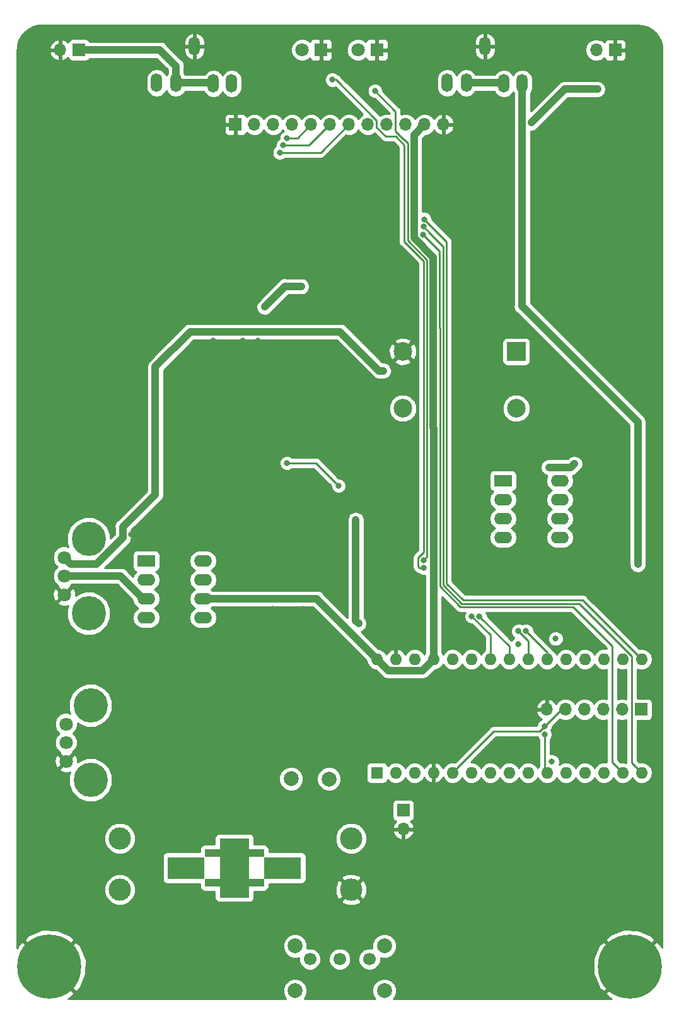
<source format=gbl>
%TF.GenerationSoftware,KiCad,Pcbnew,5.0.2+dfsg1-1*%
%TF.CreationDate,2022-01-02T18:45:16-08:00*%
%TF.ProjectId,brains,62726169-6e73-42e6-9b69-6361645f7063,rev?*%
%TF.SameCoordinates,Original*%
%TF.FileFunction,Copper,L2,Bot*%
%TF.FilePolarity,Positive*%
%FSLAX46Y46*%
G04 Gerber Fmt 4.6, Leading zero omitted, Abs format (unit mm)*
G04 Created by KiCad (PCBNEW 5.0.2+dfsg1-1) date Sun 02 Jan 2022 06:45:16 PM PST*
%MOMM*%
%LPD*%
G01*
G04 APERTURE LIST*
%ADD10C,3.000000*%
%ADD11O,1.700000X1.700000*%
%ADD12R,1.700000X1.700000*%
%ADD13R,1.600000X1.600000*%
%ADD14O,1.600000X1.600000*%
%ADD15O,2.400000X1.600000*%
%ADD16R,2.400000X1.600000*%
%ADD17C,2.000000*%
%ADD18C,1.700000*%
%ADD19C,1.800000*%
%ADD20R,1.800000X1.800000*%
%ADD21C,8.600000*%
%ADD22C,0.900000*%
%ADD23O,1.524000X2.500000*%
%ADD24C,4.600000*%
%ADD25R,2.500000X2.500000*%
%ADD26C,2.500000*%
%ADD27R,4.000000X8.000000*%
%ADD28R,8.000000X1.000000*%
%ADD29R,5.000000X3.000000*%
%ADD30C,0.800000*%
%ADD31C,1.000000*%
%ADD32C,0.250000*%
%ADD33C,0.600000*%
%ADD34C,0.254000*%
G04 APERTURE END LIST*
D10*
X149530000Y-146690000D03*
X149530000Y-139810000D03*
X118470000Y-139810000D03*
X118470000Y-146690000D03*
D11*
X110460000Y-34000000D03*
D12*
X113000000Y-34000000D03*
X134000000Y-44000000D03*
D11*
X136540000Y-44000000D03*
X139080000Y-44000000D03*
X141620000Y-44000000D03*
X144160000Y-44000000D03*
X146700000Y-44000000D03*
X149240000Y-44000000D03*
X151780000Y-44000000D03*
X154320000Y-44000000D03*
X156860000Y-44000000D03*
X159400000Y-44000000D03*
X161940000Y-44000000D03*
D13*
X153000000Y-131000000D03*
D14*
X186020000Y-115760000D03*
X155540000Y-131000000D03*
X183480000Y-115760000D03*
X158080000Y-131000000D03*
X180940000Y-115760000D03*
X160620000Y-131000000D03*
X178400000Y-115760000D03*
X163160000Y-131000000D03*
X175860000Y-115760000D03*
X165700000Y-131000000D03*
X173320000Y-115760000D03*
X168240000Y-131000000D03*
X170780000Y-115760000D03*
X170780000Y-131000000D03*
X168240000Y-115760000D03*
X173320000Y-131000000D03*
X165700000Y-115760000D03*
X175860000Y-131000000D03*
X163160000Y-115760000D03*
X178400000Y-131000000D03*
X160620000Y-115760000D03*
X180940000Y-131000000D03*
X158080000Y-115760000D03*
X183480000Y-131000000D03*
X155540000Y-115760000D03*
X186020000Y-131000000D03*
X153000000Y-115760000D03*
X188560000Y-131000000D03*
X188560000Y-115760000D03*
D12*
X185000000Y-34000000D03*
D11*
X182460000Y-34000000D03*
D15*
X129640000Y-102570000D03*
X122020000Y-110190000D03*
X129640000Y-105110000D03*
X122020000Y-107650000D03*
X129640000Y-107650000D03*
X122020000Y-105110000D03*
X129640000Y-110190000D03*
D16*
X122020000Y-102570000D03*
X169940000Y-91810000D03*
D15*
X177560000Y-99430000D03*
X169940000Y-94350000D03*
X177560000Y-96890000D03*
X169940000Y-96890000D03*
X177560000Y-94350000D03*
X169940000Y-99430000D03*
X177560000Y-91810000D03*
D12*
X156540000Y-136040000D03*
D11*
X156540000Y-138580000D03*
D17*
X142000000Y-154250000D03*
X154000000Y-154250000D03*
X154000000Y-160250000D03*
X142000000Y-160250000D03*
D18*
X144000000Y-156000000D03*
X148000000Y-156000000D03*
X152000000Y-156000000D03*
D19*
X150460000Y-34000000D03*
D20*
X153000000Y-34000000D03*
X145500000Y-34000000D03*
D19*
X142960000Y-34000000D03*
D12*
X188500000Y-122500000D03*
D11*
X185960000Y-122500000D03*
X183420000Y-122500000D03*
X180880000Y-122500000D03*
X178340000Y-122500000D03*
X175800000Y-122500000D03*
D21*
X109000000Y-157000000D03*
D22*
X109000000Y-160225000D03*
X111280419Y-159280419D03*
X112225000Y-157000000D03*
X111280419Y-154719581D03*
X109000000Y-153775000D03*
X106719581Y-154719581D03*
X105775000Y-157000000D03*
X106719581Y-159280419D03*
X184719581Y-159280419D03*
X183775000Y-157000000D03*
X184719581Y-154719581D03*
X187000000Y-153775000D03*
X189280419Y-154719581D03*
X190225000Y-157000000D03*
X189280419Y-159280419D03*
X187000000Y-160225000D03*
D21*
X187000000Y-157000000D03*
D23*
X128500000Y-33500000D03*
X133500000Y-38500000D03*
X131040000Y-38500000D03*
X126000000Y-38420000D03*
X123420000Y-38420000D03*
X162420000Y-38420000D03*
X165000000Y-38420000D03*
X170040000Y-38500000D03*
X172500000Y-38500000D03*
X167500000Y-33500000D03*
D17*
X146558000Y-131826000D03*
X141478000Y-131816000D03*
D19*
X111252000Y-129460000D03*
X111252000Y-126960000D03*
X111252000Y-124460000D03*
D24*
X114552000Y-131960000D03*
X114552000Y-121960000D03*
X114298000Y-99608000D03*
X114298000Y-109608000D03*
D19*
X110998000Y-102108000D03*
X110998000Y-104608000D03*
X110998000Y-107108000D03*
D25*
X171710000Y-74480000D03*
D26*
X171710000Y-82100000D03*
X156470000Y-82100000D03*
X156470000Y-74480000D03*
D27*
X133858000Y-143764000D03*
D28*
X133858000Y-145764000D03*
X133858000Y-141764000D03*
D29*
X127358000Y-143764000D03*
X140358000Y-143764000D03*
D30*
X177000000Y-113000000D03*
X172000000Y-113750000D03*
X176500000Y-129500000D03*
X160620000Y-85330000D03*
X140915000Y-89440000D03*
X147850000Y-92490000D03*
X176130000Y-90010000D03*
X179510000Y-89550000D03*
X171140000Y-127700000D03*
X162600000Y-121600000D03*
X155900000Y-126710000D03*
X154160000Y-110720000D03*
X158000000Y-113220000D03*
X158020000Y-120350000D03*
X155620000Y-119570000D03*
X170930000Y-118770000D03*
X168300000Y-117920000D03*
X153110000Y-49350000D03*
X125430000Y-105020000D03*
X132000000Y-157000000D03*
X105000000Y-80000000D03*
X105000000Y-72750000D03*
X105000000Y-60000000D03*
X105000000Y-53000000D03*
X105500000Y-38000000D03*
X190750000Y-36000000D03*
X189750000Y-55250000D03*
X187750000Y-149750000D03*
X148000000Y-160000000D03*
X145250000Y-160000000D03*
X150750000Y-160000000D03*
X139000000Y-90250000D03*
X137500000Y-82500000D03*
X146000000Y-79250000D03*
X178000000Y-119250000D03*
X180750000Y-119250000D03*
X183250000Y-119250000D03*
X174570000Y-110380000D03*
X179680000Y-111840000D03*
X180250000Y-126500000D03*
X186000000Y-126500000D03*
X183250000Y-146500000D03*
X169926000Y-153416000D03*
X184500000Y-50250000D03*
X184500000Y-56750000D03*
X136500000Y-156750000D03*
X163800000Y-110400000D03*
X186000000Y-118500000D03*
X190500000Y-75750000D03*
X190500000Y-92500000D03*
X114000000Y-84000000D03*
X114000000Y-86000000D03*
X114000000Y-88000000D03*
X114000000Y-90000000D03*
X114000000Y-82000000D03*
X114000000Y-92000000D03*
X130000000Y-91000000D03*
X131000000Y-92000000D03*
X132000000Y-93000000D03*
X133000000Y-94000000D03*
X134000000Y-95000000D03*
X135000000Y-96000000D03*
X136000000Y-97000000D03*
X137000000Y-98000000D03*
X129000000Y-90000000D03*
X138000000Y-99000000D03*
X132000000Y-88000000D03*
X133000000Y-89000000D03*
X134000000Y-90000000D03*
X135000000Y-91000000D03*
X136000000Y-92000000D03*
X137000000Y-93000000D03*
X138000000Y-94000000D03*
X139000000Y-95000000D03*
X140000000Y-96000000D03*
X141000000Y-97000000D03*
X139000000Y-101000000D03*
X139000000Y-103000000D03*
X138990000Y-105710000D03*
X139000000Y-109000000D03*
X139000000Y-111000000D03*
X138000000Y-113000000D03*
X143000000Y-101000000D03*
X143000000Y-103000000D03*
X142940000Y-105590000D03*
X143000000Y-109000000D03*
X143000000Y-111000000D03*
X143000000Y-113000000D03*
X141000000Y-115000000D03*
X117000000Y-82000000D03*
X117000000Y-84000000D03*
X117000000Y-86000000D03*
X117000000Y-88000000D03*
X117000000Y-90000000D03*
X117000000Y-92000000D03*
X114000000Y-63000000D03*
X114000000Y-65000000D03*
X114000000Y-67000000D03*
X114000000Y-69000000D03*
X114000000Y-71000000D03*
X114000000Y-61000000D03*
X117000000Y-61000000D03*
X117000000Y-63000000D03*
X117000000Y-65000000D03*
X117000000Y-67000000D03*
X117000000Y-69000000D03*
X117000000Y-71000000D03*
X114000000Y-48000000D03*
X114000000Y-46000000D03*
X114000000Y-44000000D03*
X115000000Y-42000000D03*
X117000000Y-46000000D03*
X117000000Y-48000000D03*
X118000000Y-44000000D03*
X120000000Y-42000000D03*
X184000000Y-36000000D03*
X184000000Y-38000000D03*
X178000000Y-42000000D03*
X177000000Y-43000000D03*
X176000000Y-44000000D03*
X175000000Y-45000000D03*
X174000000Y-41000000D03*
X175000000Y-40000000D03*
X176000000Y-39000000D03*
X177000000Y-38000000D03*
X158820000Y-105330000D03*
X189960000Y-70950000D03*
X186020000Y-71530000D03*
X174370000Y-148490000D03*
X117000000Y-94000000D03*
X114000000Y-96000000D03*
X114000000Y-94000000D03*
X120000000Y-99000000D03*
X119000000Y-102000000D03*
X131000000Y-73000000D03*
X132000000Y-70000000D03*
X134000000Y-70000000D03*
X138000000Y-70000000D03*
X135000000Y-73000000D03*
X137000000Y-73000000D03*
X130000000Y-70000000D03*
X129000000Y-88000000D03*
X129000000Y-86000000D03*
X129000000Y-84000000D03*
X129000000Y-82000000D03*
X129000000Y-80000000D03*
X129000000Y-78000000D03*
X129000000Y-76000000D03*
X132000000Y-86000000D03*
X132000000Y-84000000D03*
X132000000Y-82000000D03*
X132000000Y-80000000D03*
X132000000Y-78000000D03*
X133000000Y-76000000D03*
X111252000Y-148590000D03*
X107000000Y-150000000D03*
X113000000Y-147000000D03*
X140320000Y-88210000D03*
X181630000Y-90690000D03*
X155000000Y-94000000D03*
X165000000Y-93000000D03*
X168000000Y-103000000D03*
X166000000Y-82000000D03*
X175545858Y-125854142D03*
X140895000Y-45850000D03*
X140425000Y-46797040D03*
X139965000Y-47766634D03*
X159220000Y-58830000D03*
X159260000Y-57730000D03*
X159346629Y-56733757D03*
X175503481Y-124786459D03*
X173022654Y-111982349D03*
X172010000Y-111995000D03*
X153850000Y-77070000D03*
X123240000Y-88690000D03*
X182630000Y-39270000D03*
X173730000Y-43750000D03*
X142840000Y-65740000D03*
X137940000Y-68470000D03*
X150150000Y-97076980D03*
X150520000Y-110990000D03*
X166762653Y-109987347D03*
X159250000Y-102499997D03*
X152750000Y-39500000D03*
X165750000Y-110000000D03*
X159250000Y-103500000D03*
X147000000Y-38000000D03*
X188040000Y-103030000D03*
D31*
X169960000Y-38420000D02*
X170040000Y-38500000D01*
X165000000Y-38420000D02*
X169960000Y-38420000D01*
X160620000Y-115760000D02*
X160620000Y-85330000D01*
X153799999Y-116559999D02*
X153000000Y-115760000D01*
X154500001Y-117260001D02*
X153799999Y-116559999D01*
X159119999Y-117260001D02*
X154500001Y-117260001D01*
X160620000Y-115760000D02*
X159119999Y-117260001D01*
D32*
X144800000Y-89440000D02*
X147850000Y-92490000D01*
X140915000Y-89440000D02*
X144800000Y-89440000D01*
D31*
X144890000Y-107650000D02*
X153000000Y-115760000D01*
X129640000Y-107650000D02*
X144890000Y-107650000D01*
X160620000Y-84764315D02*
X160620000Y-85330000D01*
X160590000Y-84734315D02*
X160620000Y-84764315D01*
X160590000Y-61828002D02*
X160590000Y-84734315D01*
X158000000Y-59238002D02*
X160590000Y-61828002D01*
X158000000Y-45400000D02*
X158000000Y-59238002D01*
X159400000Y-44000000D02*
X158000000Y-45400000D01*
X176130000Y-90010000D02*
X179050000Y-90010000D01*
X179050000Y-90010000D02*
X179510000Y-89550000D01*
D32*
X175545858Y-130685858D02*
X175860000Y-131000000D01*
X175545858Y-125854142D02*
X175545858Y-130685858D01*
X142310000Y-45850000D02*
X144160000Y-44000000D01*
X140895000Y-45850000D02*
X142310000Y-45850000D01*
X143902960Y-46797040D02*
X146700000Y-44000000D01*
X140425000Y-46797040D02*
X143902960Y-46797040D01*
X145473366Y-47766634D02*
X149240000Y-44000000D01*
X139965000Y-47766634D02*
X145473366Y-47766634D01*
X184605001Y-113980000D02*
X184605001Y-129585001D01*
X184605001Y-129585001D02*
X186020000Y-131000000D01*
X179365001Y-108740000D02*
X184605001Y-113980000D01*
X164210000Y-108740000D02*
X179365001Y-108740000D01*
X159220000Y-58830000D02*
X159619999Y-59229999D01*
X159619999Y-59229999D02*
X159629999Y-59229999D01*
X159629999Y-59229999D02*
X161430000Y-61030000D01*
X161430000Y-61030000D02*
X161430000Y-71350000D01*
X161445010Y-105975010D02*
X164210000Y-108740000D01*
X161430000Y-71350000D02*
X161445010Y-71365010D01*
X161445010Y-71365010D02*
X161445010Y-105975010D01*
X160130010Y-58600010D02*
X159260000Y-57730000D01*
X188560000Y-131000000D02*
X187250000Y-129690000D01*
X164396400Y-108289990D02*
X161895020Y-105788610D01*
X187250000Y-129690000D02*
X187250000Y-115320000D01*
X161895020Y-60365020D02*
X160130010Y-58600010D01*
X187250000Y-115320000D02*
X180219990Y-108289990D01*
X180219990Y-108289990D02*
X164396400Y-108289990D01*
X161895020Y-105788610D02*
X161895020Y-60365020D01*
X160580020Y-57967148D02*
X159346629Y-56733757D01*
X162345030Y-59732158D02*
X160580020Y-57967148D01*
X162345030Y-105602210D02*
X162345030Y-59732158D01*
X164582800Y-107839980D02*
X162345030Y-105602210D01*
X188560000Y-115760000D02*
X180639980Y-107839980D01*
X180639980Y-107839980D02*
X164582800Y-107839980D01*
X163959999Y-130200001D02*
X163160000Y-131000000D01*
X168690917Y-125469083D02*
X163959999Y-130200001D01*
X174820857Y-125469083D02*
X168690917Y-125469083D01*
X175503481Y-124786459D02*
X174820857Y-125469083D01*
X177789940Y-122500000D02*
X178340000Y-122500000D01*
X175503481Y-124786459D02*
X177789940Y-122500000D01*
X175860000Y-114819695D02*
X175860000Y-115760000D01*
X173022654Y-111982349D02*
X175860000Y-114819695D01*
X173320000Y-113305000D02*
X173320000Y-115760000D01*
X172010000Y-111995000D02*
X173320000Y-113305000D01*
D31*
X153850000Y-77070000D02*
X153284315Y-77070000D01*
X153284315Y-77070000D02*
X148044315Y-71830000D01*
X148044315Y-71830000D02*
X127930000Y-71830000D01*
X127930000Y-71830000D02*
X123240000Y-76520000D01*
X123240000Y-76520000D02*
X123240000Y-88690000D01*
X123240000Y-88690000D02*
X123240000Y-93640000D01*
X118899999Y-97980001D02*
X123240000Y-93640000D01*
X118899999Y-99446003D02*
X118899999Y-97980001D01*
X115338003Y-103007999D02*
X118899999Y-99446003D01*
X111897999Y-103007999D02*
X115338003Y-103007999D01*
X110998000Y-102108000D02*
X111897999Y-103007999D01*
X182630000Y-39270000D02*
X178210000Y-39270000D01*
X178210000Y-39270000D02*
X173730000Y-43750000D01*
X142840000Y-65740000D02*
X140670000Y-65740000D01*
X140670000Y-65740000D02*
X137940000Y-68470000D01*
D32*
X170340000Y-96890000D02*
X169940000Y-96890000D01*
D31*
X150150000Y-97076980D02*
X150150000Y-110620000D01*
X150150000Y-110620000D02*
X150520000Y-110990000D01*
X112270792Y-104608000D02*
X110998000Y-104608000D01*
X121620000Y-107650000D02*
X118578000Y-104608000D01*
X118578000Y-104608000D02*
X112270792Y-104608000D01*
X122020000Y-107650000D02*
X121620000Y-107650000D01*
D32*
X170780000Y-115760000D02*
X170780000Y-114004694D01*
X170780000Y-114004694D02*
X166762653Y-109987347D01*
X152750000Y-39500000D02*
X155500003Y-42250003D01*
X156610003Y-46020000D02*
X155500003Y-44910000D01*
X156670000Y-46020000D02*
X156610003Y-46020000D01*
X155500003Y-42250003D02*
X155500003Y-44910000D01*
X156670000Y-46020000D02*
X157150000Y-46500000D01*
X157150000Y-59220000D02*
X157150000Y-59554742D01*
X157150000Y-59554742D02*
X159740000Y-62144742D01*
X157150000Y-46500000D02*
X157150000Y-59220000D01*
X159740000Y-102009997D02*
X159250000Y-102499997D01*
X159740000Y-62144742D02*
X159740000Y-102009997D01*
X168240000Y-115760000D02*
X168240000Y-112490000D01*
X168240000Y-112490000D02*
X165750000Y-110000000D01*
X147519002Y-38000000D02*
X147000000Y-38000000D01*
X154160000Y-45579002D02*
X152955001Y-44374003D01*
X155532595Y-45579002D02*
X154160000Y-45579002D01*
X156690000Y-46736407D02*
X155532595Y-45579002D01*
X156690000Y-59731152D02*
X156690000Y-46736407D01*
X159280000Y-99360000D02*
X159280000Y-62321152D01*
X152955001Y-43435999D02*
X147519002Y-38000000D01*
X159280000Y-62321152D02*
X156690000Y-59731152D01*
X159250000Y-103500000D02*
X158684315Y-103500000D01*
X158684315Y-103500000D02*
X158524999Y-103340684D01*
X158524999Y-102175001D02*
X159290000Y-101410000D01*
X158524999Y-103340684D02*
X158524999Y-102175001D01*
X159290000Y-101410000D02*
X159290000Y-99370000D01*
X152955001Y-44374003D02*
X152955001Y-43435999D01*
X159290000Y-99370000D02*
X159280000Y-99360000D01*
D33*
X129640000Y-110190000D02*
X129240000Y-110190000D01*
D31*
X172500000Y-38500000D02*
X172500000Y-68380000D01*
X172500000Y-68380000D02*
X188050000Y-83930000D01*
X188050000Y-83930000D02*
X188050000Y-103020000D01*
X188050000Y-103020000D02*
X188040000Y-103030000D01*
X126000000Y-36170000D02*
X123830000Y-34000000D01*
X126000000Y-38420000D02*
X126000000Y-36170000D01*
X130960000Y-38420000D02*
X131040000Y-38500000D01*
X126000000Y-38420000D02*
X130960000Y-38420000D01*
X123830000Y-34000000D02*
X113000000Y-34000000D01*
D34*
G36*
X188665861Y-30756160D02*
X189304530Y-30956307D01*
X189889902Y-31280784D01*
X190398078Y-31716343D01*
X190808289Y-32245183D01*
X191103786Y-32845712D01*
X191274623Y-33501567D01*
X191315000Y-34026313D01*
X191315001Y-154496019D01*
X191222490Y-154263506D01*
X191144068Y-154146139D01*
X190534316Y-153645290D01*
X190034165Y-154145441D01*
X190034164Y-154145441D01*
X187179605Y-157000000D01*
X187193748Y-157014143D01*
X187014143Y-157193748D01*
X187000000Y-157179605D01*
X184145441Y-160034164D01*
X184145441Y-160034165D01*
X183645290Y-160534316D01*
X184146139Y-161144068D01*
X184542968Y-161315000D01*
X155247239Y-161315000D01*
X155386086Y-161176153D01*
X155635000Y-160575222D01*
X155635000Y-159924778D01*
X155386086Y-159323847D01*
X154926153Y-158863914D01*
X154325222Y-158615000D01*
X153674778Y-158615000D01*
X153073847Y-158863914D01*
X152613914Y-159323847D01*
X152365000Y-159924778D01*
X152365000Y-160575222D01*
X152613914Y-161176153D01*
X152752761Y-161315000D01*
X143247239Y-161315000D01*
X143386086Y-161176153D01*
X143635000Y-160575222D01*
X143635000Y-159924778D01*
X143386086Y-159323847D01*
X142926153Y-158863914D01*
X142325222Y-158615000D01*
X141674778Y-158615000D01*
X141073847Y-158863914D01*
X140613914Y-159323847D01*
X140365000Y-159924778D01*
X140365000Y-160575222D01*
X140613914Y-161176153D01*
X140752761Y-161315000D01*
X111503983Y-161315000D01*
X111736494Y-161222490D01*
X111853861Y-161144068D01*
X112354710Y-160534316D01*
X111854559Y-160034165D01*
X111854559Y-160034164D01*
X109000000Y-157179605D01*
X108985858Y-157193748D01*
X108806253Y-157014143D01*
X108820395Y-157000000D01*
X109179605Y-157000000D01*
X112034164Y-159854559D01*
X112034165Y-159854559D01*
X112534316Y-160354710D01*
X113144068Y-159853861D01*
X113920745Y-158050758D01*
X113922687Y-157912314D01*
X182051717Y-157912314D01*
X182777510Y-159736494D01*
X182855932Y-159853861D01*
X183465684Y-160354710D01*
X183965835Y-159854559D01*
X183965836Y-159854559D01*
X186820395Y-157000000D01*
X183965836Y-154145441D01*
X183965835Y-154145441D01*
X183465684Y-153645290D01*
X182855932Y-154146139D01*
X182079255Y-155949242D01*
X182051717Y-157912314D01*
X113922687Y-157912314D01*
X113948283Y-156087686D01*
X113222490Y-154263506D01*
X113144068Y-154146139D01*
X112874575Y-153924778D01*
X140365000Y-153924778D01*
X140365000Y-154575222D01*
X140613914Y-155176153D01*
X141073847Y-155636086D01*
X141674778Y-155885000D01*
X142325222Y-155885000D01*
X142515000Y-155806391D01*
X142515000Y-156295385D01*
X142741078Y-156841185D01*
X143158815Y-157258922D01*
X143704615Y-157485000D01*
X144295385Y-157485000D01*
X144841185Y-157258922D01*
X145258922Y-156841185D01*
X145485000Y-156295385D01*
X145485000Y-155704615D01*
X146515000Y-155704615D01*
X146515000Y-156295385D01*
X146741078Y-156841185D01*
X147158815Y-157258922D01*
X147704615Y-157485000D01*
X148295385Y-157485000D01*
X148841185Y-157258922D01*
X149258922Y-156841185D01*
X149485000Y-156295385D01*
X149485000Y-155704615D01*
X150515000Y-155704615D01*
X150515000Y-156295385D01*
X150741078Y-156841185D01*
X151158815Y-157258922D01*
X151704615Y-157485000D01*
X152295385Y-157485000D01*
X152841185Y-157258922D01*
X153258922Y-156841185D01*
X153485000Y-156295385D01*
X153485000Y-155806391D01*
X153674778Y-155885000D01*
X154325222Y-155885000D01*
X154926153Y-155636086D01*
X155386086Y-155176153D01*
X155635000Y-154575222D01*
X155635000Y-153924778D01*
X155444837Y-153465684D01*
X183645290Y-153465684D01*
X184145441Y-153965835D01*
X184145441Y-153965836D01*
X187000000Y-156820395D01*
X189854559Y-153965836D01*
X189854559Y-153965835D01*
X190354710Y-153465684D01*
X189853861Y-152855932D01*
X188050758Y-152079255D01*
X186087686Y-152051717D01*
X184263506Y-152777510D01*
X184146139Y-152855932D01*
X183645290Y-153465684D01*
X155444837Y-153465684D01*
X155386086Y-153323847D01*
X154926153Y-152863914D01*
X154325222Y-152615000D01*
X153674778Y-152615000D01*
X153073847Y-152863914D01*
X152613914Y-153323847D01*
X152365000Y-153924778D01*
X152365000Y-154543836D01*
X152295385Y-154515000D01*
X151704615Y-154515000D01*
X151158815Y-154741078D01*
X150741078Y-155158815D01*
X150515000Y-155704615D01*
X149485000Y-155704615D01*
X149258922Y-155158815D01*
X148841185Y-154741078D01*
X148295385Y-154515000D01*
X147704615Y-154515000D01*
X147158815Y-154741078D01*
X146741078Y-155158815D01*
X146515000Y-155704615D01*
X145485000Y-155704615D01*
X145258922Y-155158815D01*
X144841185Y-154741078D01*
X144295385Y-154515000D01*
X143704615Y-154515000D01*
X143635000Y-154543836D01*
X143635000Y-153924778D01*
X143386086Y-153323847D01*
X142926153Y-152863914D01*
X142325222Y-152615000D01*
X141674778Y-152615000D01*
X141073847Y-152863914D01*
X140613914Y-153323847D01*
X140365000Y-153924778D01*
X112874575Y-153924778D01*
X112534316Y-153645290D01*
X112034165Y-154145441D01*
X112034164Y-154145441D01*
X109179605Y-157000000D01*
X108820395Y-157000000D01*
X105965836Y-154145441D01*
X105965835Y-154145441D01*
X105465684Y-153645290D01*
X104855932Y-154146139D01*
X104685000Y-154542968D01*
X104685000Y-153465684D01*
X105645290Y-153465684D01*
X106145441Y-153965835D01*
X106145441Y-153965836D01*
X109000000Y-156820395D01*
X111854559Y-153965836D01*
X111854559Y-153965835D01*
X112354710Y-153465684D01*
X111853861Y-152855932D01*
X110050758Y-152079255D01*
X108087686Y-152051717D01*
X106263506Y-152777510D01*
X106146139Y-152855932D01*
X105645290Y-153465684D01*
X104685000Y-153465684D01*
X104685000Y-146265322D01*
X116335000Y-146265322D01*
X116335000Y-147114678D01*
X116660034Y-147899380D01*
X117260620Y-148499966D01*
X118045322Y-148825000D01*
X118894678Y-148825000D01*
X119679380Y-148499966D01*
X120279966Y-147899380D01*
X120605000Y-147114678D01*
X120605000Y-146265322D01*
X120279966Y-145480620D01*
X119679380Y-144880034D01*
X118894678Y-144555000D01*
X118045322Y-144555000D01*
X117260620Y-144880034D01*
X116660034Y-145480620D01*
X116335000Y-146265322D01*
X104685000Y-146265322D01*
X104685000Y-142264000D01*
X124210560Y-142264000D01*
X124210560Y-145264000D01*
X124259843Y-145511765D01*
X124400191Y-145721809D01*
X124610235Y-145862157D01*
X124858000Y-145911440D01*
X129210560Y-145911440D01*
X129210560Y-146264000D01*
X129259843Y-146511765D01*
X129400191Y-146721809D01*
X129610235Y-146862157D01*
X129858000Y-146911440D01*
X131210560Y-146911440D01*
X131210560Y-147764000D01*
X131259843Y-148011765D01*
X131400191Y-148221809D01*
X131610235Y-148362157D01*
X131858000Y-148411440D01*
X135858000Y-148411440D01*
X136105765Y-148362157D01*
X136315809Y-148221809D01*
X136327728Y-148203970D01*
X148195635Y-148203970D01*
X148355418Y-148522739D01*
X149146187Y-148832723D01*
X149995387Y-148816497D01*
X150704582Y-148522739D01*
X150864365Y-148203970D01*
X149530000Y-146869605D01*
X148195635Y-148203970D01*
X136327728Y-148203970D01*
X136456157Y-148011765D01*
X136505440Y-147764000D01*
X136505440Y-146911440D01*
X137858000Y-146911440D01*
X138105765Y-146862157D01*
X138315809Y-146721809D01*
X138456157Y-146511765D01*
X138497048Y-146306187D01*
X147387277Y-146306187D01*
X147403503Y-147155387D01*
X147697261Y-147864582D01*
X148016030Y-148024365D01*
X149350395Y-146690000D01*
X149709605Y-146690000D01*
X151043970Y-148024365D01*
X151362739Y-147864582D01*
X151672723Y-147073813D01*
X151656497Y-146224613D01*
X151362739Y-145515418D01*
X151043970Y-145355635D01*
X149709605Y-146690000D01*
X149350395Y-146690000D01*
X148016030Y-145355635D01*
X147697261Y-145515418D01*
X147387277Y-146306187D01*
X138497048Y-146306187D01*
X138505440Y-146264000D01*
X138505440Y-145911440D01*
X142858000Y-145911440D01*
X143105765Y-145862157D01*
X143315809Y-145721809D01*
X143456157Y-145511765D01*
X143505440Y-145264000D01*
X143505440Y-145176030D01*
X148195635Y-145176030D01*
X149530000Y-146510395D01*
X150864365Y-145176030D01*
X150704582Y-144857261D01*
X149913813Y-144547277D01*
X149064613Y-144563503D01*
X148355418Y-144857261D01*
X148195635Y-145176030D01*
X143505440Y-145176030D01*
X143505440Y-142264000D01*
X143456157Y-142016235D01*
X143315809Y-141806191D01*
X143105765Y-141665843D01*
X142858000Y-141616560D01*
X138505440Y-141616560D01*
X138505440Y-141264000D01*
X138456157Y-141016235D01*
X138315809Y-140806191D01*
X138105765Y-140665843D01*
X137858000Y-140616560D01*
X136505440Y-140616560D01*
X136505440Y-139764000D01*
X136456157Y-139516235D01*
X136368684Y-139385322D01*
X147395000Y-139385322D01*
X147395000Y-140234678D01*
X147720034Y-141019380D01*
X148320620Y-141619966D01*
X149105322Y-141945000D01*
X149954678Y-141945000D01*
X150739380Y-141619966D01*
X151339966Y-141019380D01*
X151665000Y-140234678D01*
X151665000Y-139385322D01*
X151479254Y-138936890D01*
X155098524Y-138936890D01*
X155268355Y-139346924D01*
X155658642Y-139775183D01*
X156183108Y-140021486D01*
X156413000Y-139900819D01*
X156413000Y-138707000D01*
X156667000Y-138707000D01*
X156667000Y-139900819D01*
X156896892Y-140021486D01*
X157421358Y-139775183D01*
X157811645Y-139346924D01*
X157981476Y-138936890D01*
X157860155Y-138707000D01*
X156667000Y-138707000D01*
X156413000Y-138707000D01*
X155219845Y-138707000D01*
X155098524Y-138936890D01*
X151479254Y-138936890D01*
X151339966Y-138600620D01*
X150739380Y-138000034D01*
X149954678Y-137675000D01*
X149105322Y-137675000D01*
X148320620Y-138000034D01*
X147720034Y-138600620D01*
X147395000Y-139385322D01*
X136368684Y-139385322D01*
X136315809Y-139306191D01*
X136105765Y-139165843D01*
X135858000Y-139116560D01*
X131858000Y-139116560D01*
X131610235Y-139165843D01*
X131400191Y-139306191D01*
X131259843Y-139516235D01*
X131210560Y-139764000D01*
X131210560Y-140616560D01*
X129858000Y-140616560D01*
X129610235Y-140665843D01*
X129400191Y-140806191D01*
X129259843Y-141016235D01*
X129210560Y-141264000D01*
X129210560Y-141616560D01*
X124858000Y-141616560D01*
X124610235Y-141665843D01*
X124400191Y-141806191D01*
X124259843Y-142016235D01*
X124210560Y-142264000D01*
X104685000Y-142264000D01*
X104685000Y-139385322D01*
X116335000Y-139385322D01*
X116335000Y-140234678D01*
X116660034Y-141019380D01*
X117260620Y-141619966D01*
X118045322Y-141945000D01*
X118894678Y-141945000D01*
X119679380Y-141619966D01*
X120279966Y-141019380D01*
X120605000Y-140234678D01*
X120605000Y-139385322D01*
X120279966Y-138600620D01*
X119679380Y-138000034D01*
X118894678Y-137675000D01*
X118045322Y-137675000D01*
X117260620Y-138000034D01*
X116660034Y-138600620D01*
X116335000Y-139385322D01*
X104685000Y-139385322D01*
X104685000Y-135190000D01*
X155042560Y-135190000D01*
X155042560Y-136890000D01*
X155091843Y-137137765D01*
X155232191Y-137347809D01*
X155442235Y-137488157D01*
X155545708Y-137508739D01*
X155268355Y-137813076D01*
X155098524Y-138223110D01*
X155219845Y-138453000D01*
X156413000Y-138453000D01*
X156413000Y-138433000D01*
X156667000Y-138433000D01*
X156667000Y-138453000D01*
X157860155Y-138453000D01*
X157981476Y-138223110D01*
X157811645Y-137813076D01*
X157534292Y-137508739D01*
X157637765Y-137488157D01*
X157847809Y-137347809D01*
X157988157Y-137137765D01*
X158037440Y-136890000D01*
X158037440Y-135190000D01*
X157988157Y-134942235D01*
X157847809Y-134732191D01*
X157637765Y-134591843D01*
X157390000Y-134542560D01*
X155690000Y-134542560D01*
X155442235Y-134591843D01*
X155232191Y-134732191D01*
X155091843Y-134942235D01*
X155042560Y-135190000D01*
X104685000Y-135190000D01*
X104685000Y-130540159D01*
X110351446Y-130540159D01*
X110437852Y-130796643D01*
X111011336Y-131006458D01*
X111621460Y-130980839D01*
X111813753Y-130901189D01*
X111617000Y-131376192D01*
X111617000Y-132543808D01*
X112063827Y-133622544D01*
X112889456Y-134448173D01*
X113968192Y-134895000D01*
X115135808Y-134895000D01*
X116214544Y-134448173D01*
X117040173Y-133622544D01*
X117487000Y-132543808D01*
X117487000Y-131490778D01*
X139843000Y-131490778D01*
X139843000Y-132141222D01*
X140091914Y-132742153D01*
X140551847Y-133202086D01*
X141152778Y-133451000D01*
X141803222Y-133451000D01*
X142404153Y-133202086D01*
X142864086Y-132742153D01*
X143113000Y-132141222D01*
X143113000Y-131500778D01*
X144923000Y-131500778D01*
X144923000Y-132151222D01*
X145171914Y-132752153D01*
X145631847Y-133212086D01*
X146232778Y-133461000D01*
X146883222Y-133461000D01*
X147484153Y-133212086D01*
X147944086Y-132752153D01*
X148193000Y-132151222D01*
X148193000Y-131500778D01*
X147944086Y-130899847D01*
X147484153Y-130439914D01*
X146904950Y-130200000D01*
X151552560Y-130200000D01*
X151552560Y-131800000D01*
X151601843Y-132047765D01*
X151742191Y-132257809D01*
X151952235Y-132398157D01*
X152200000Y-132447440D01*
X153800000Y-132447440D01*
X154047765Y-132398157D01*
X154257809Y-132257809D01*
X154398157Y-132047765D01*
X154424785Y-131913894D01*
X154505423Y-132034577D01*
X154980091Y-132351740D01*
X155398667Y-132435000D01*
X155681333Y-132435000D01*
X156099909Y-132351740D01*
X156574577Y-132034577D01*
X156810000Y-131682242D01*
X157045423Y-132034577D01*
X157520091Y-132351740D01*
X157938667Y-132435000D01*
X158221333Y-132435000D01*
X158639909Y-132351740D01*
X159114577Y-132034577D01*
X159370947Y-131650892D01*
X159467611Y-131855134D01*
X159882577Y-132231041D01*
X160270961Y-132391904D01*
X160493000Y-132269915D01*
X160493000Y-131127000D01*
X160473000Y-131127000D01*
X160473000Y-130873000D01*
X160493000Y-130873000D01*
X160493000Y-129730085D01*
X160270961Y-129608096D01*
X159882577Y-129768959D01*
X159467611Y-130144866D01*
X159370947Y-130349108D01*
X159114577Y-129965423D01*
X158639909Y-129648260D01*
X158221333Y-129565000D01*
X157938667Y-129565000D01*
X157520091Y-129648260D01*
X157045423Y-129965423D01*
X156810000Y-130317758D01*
X156574577Y-129965423D01*
X156099909Y-129648260D01*
X155681333Y-129565000D01*
X155398667Y-129565000D01*
X154980091Y-129648260D01*
X154505423Y-129965423D01*
X154424785Y-130086106D01*
X154398157Y-129952235D01*
X154257809Y-129742191D01*
X154047765Y-129601843D01*
X153800000Y-129552560D01*
X152200000Y-129552560D01*
X151952235Y-129601843D01*
X151742191Y-129742191D01*
X151601843Y-129952235D01*
X151552560Y-130200000D01*
X146904950Y-130200000D01*
X146883222Y-130191000D01*
X146232778Y-130191000D01*
X145631847Y-130439914D01*
X145171914Y-130899847D01*
X144923000Y-131500778D01*
X143113000Y-131500778D01*
X143113000Y-131490778D01*
X142864086Y-130889847D01*
X142404153Y-130429914D01*
X141803222Y-130181000D01*
X141152778Y-130181000D01*
X140551847Y-130429914D01*
X140091914Y-130889847D01*
X139843000Y-131490778D01*
X117487000Y-131490778D01*
X117487000Y-131376192D01*
X117040173Y-130297456D01*
X116214544Y-129471827D01*
X115135808Y-129025000D01*
X113968192Y-129025000D01*
X112889456Y-129471827D01*
X112792903Y-129568380D01*
X112772839Y-129090540D01*
X112588643Y-128645852D01*
X112332159Y-128559446D01*
X111431605Y-129460000D01*
X111445748Y-129474143D01*
X111266143Y-129653748D01*
X111252000Y-129639605D01*
X110351446Y-130540159D01*
X104685000Y-130540159D01*
X104685000Y-129219336D01*
X109705542Y-129219336D01*
X109731161Y-129829460D01*
X109915357Y-130274148D01*
X110171841Y-130360554D01*
X111072395Y-129460000D01*
X110171841Y-128559446D01*
X109915357Y-128645852D01*
X109705542Y-129219336D01*
X104685000Y-129219336D01*
X104685000Y-124154670D01*
X109717000Y-124154670D01*
X109717000Y-124765330D01*
X109950690Y-125329507D01*
X110331183Y-125710000D01*
X109950690Y-126090493D01*
X109717000Y-126654670D01*
X109717000Y-127265330D01*
X109950690Y-127829507D01*
X110382493Y-128261310D01*
X110390290Y-128264539D01*
X110351446Y-128379841D01*
X111252000Y-129280395D01*
X112152554Y-128379841D01*
X112113710Y-128264539D01*
X112121507Y-128261310D01*
X112553310Y-127829507D01*
X112787000Y-127265330D01*
X112787000Y-126654670D01*
X112553310Y-126090493D01*
X112172817Y-125710000D01*
X112553310Y-125329507D01*
X112787000Y-124765330D01*
X112787000Y-124345717D01*
X112889456Y-124448173D01*
X113968192Y-124895000D01*
X115135808Y-124895000D01*
X116214544Y-124448173D01*
X117040173Y-123622544D01*
X117487000Y-122543808D01*
X117487000Y-122143108D01*
X174358514Y-122143108D01*
X174479181Y-122373000D01*
X175673000Y-122373000D01*
X175673000Y-121179845D01*
X175443110Y-121058524D01*
X175033076Y-121228355D01*
X174604817Y-121618642D01*
X174358514Y-122143108D01*
X117487000Y-122143108D01*
X117487000Y-121376192D01*
X117040173Y-120297456D01*
X116214544Y-119471827D01*
X115135808Y-119025000D01*
X113968192Y-119025000D01*
X112889456Y-119471827D01*
X112063827Y-120297456D01*
X111617000Y-121376192D01*
X111617000Y-122543808D01*
X111819954Y-123033783D01*
X111557330Y-122925000D01*
X110946670Y-122925000D01*
X110382493Y-123158690D01*
X109950690Y-123590493D01*
X109717000Y-124154670D01*
X104685000Y-124154670D01*
X104685000Y-108188159D01*
X110097446Y-108188159D01*
X110183852Y-108444643D01*
X110757336Y-108654458D01*
X111367460Y-108628839D01*
X111559753Y-108549189D01*
X111363000Y-109024192D01*
X111363000Y-110191808D01*
X111809827Y-111270544D01*
X112635456Y-112096173D01*
X113714192Y-112543000D01*
X114881808Y-112543000D01*
X115960544Y-112096173D01*
X116786173Y-111270544D01*
X117233000Y-110191808D01*
X117233000Y-109024192D01*
X116786173Y-107945456D01*
X115960544Y-107119827D01*
X114881808Y-106673000D01*
X113714192Y-106673000D01*
X112635456Y-107119827D01*
X112538903Y-107216380D01*
X112518839Y-106738540D01*
X112334643Y-106293852D01*
X112078159Y-106207446D01*
X111177605Y-107108000D01*
X111191748Y-107122143D01*
X111012143Y-107301748D01*
X110998000Y-107287605D01*
X110097446Y-108188159D01*
X104685000Y-108188159D01*
X104685000Y-106867336D01*
X109451542Y-106867336D01*
X109477161Y-107477460D01*
X109661357Y-107922148D01*
X109917841Y-108008554D01*
X110818395Y-107108000D01*
X109917841Y-106207446D01*
X109661357Y-106293852D01*
X109451542Y-106867336D01*
X104685000Y-106867336D01*
X104685000Y-101802670D01*
X109463000Y-101802670D01*
X109463000Y-102413330D01*
X109696690Y-102977507D01*
X110077183Y-103358000D01*
X109696690Y-103738493D01*
X109463000Y-104302670D01*
X109463000Y-104913330D01*
X109696690Y-105477507D01*
X110128493Y-105909310D01*
X110136290Y-105912539D01*
X110097446Y-106027841D01*
X110998000Y-106928395D01*
X111898554Y-106027841D01*
X111859710Y-105912539D01*
X111867507Y-105909310D01*
X112033817Y-105743000D01*
X118107869Y-105743000D01*
X120192151Y-107827283D01*
X120268260Y-108209909D01*
X120585423Y-108684577D01*
X120937758Y-108920000D01*
X120585423Y-109155423D01*
X120268260Y-109630091D01*
X120156887Y-110190000D01*
X120268260Y-110749909D01*
X120585423Y-111224577D01*
X121060091Y-111541740D01*
X121478667Y-111625000D01*
X122561333Y-111625000D01*
X122979909Y-111541740D01*
X123454577Y-111224577D01*
X123771740Y-110749909D01*
X123883113Y-110190000D01*
X123771740Y-109630091D01*
X123454577Y-109155423D01*
X123102242Y-108920000D01*
X123454577Y-108684577D01*
X123771740Y-108209909D01*
X123883113Y-107650000D01*
X123771740Y-107090091D01*
X123454577Y-106615423D01*
X123102242Y-106380000D01*
X123454577Y-106144577D01*
X123771740Y-105669909D01*
X123883113Y-105110000D01*
X123771740Y-104550091D01*
X123454577Y-104075423D01*
X123333894Y-103994785D01*
X123467765Y-103968157D01*
X123677809Y-103827809D01*
X123818157Y-103617765D01*
X123867440Y-103370000D01*
X123867440Y-102570000D01*
X127776887Y-102570000D01*
X127888260Y-103129909D01*
X128205423Y-103604577D01*
X128557758Y-103840000D01*
X128205423Y-104075423D01*
X127888260Y-104550091D01*
X127776887Y-105110000D01*
X127888260Y-105669909D01*
X128205423Y-106144577D01*
X128557758Y-106380000D01*
X128205423Y-106615423D01*
X127888260Y-107090091D01*
X127776887Y-107650000D01*
X127888260Y-108209909D01*
X128205423Y-108684577D01*
X128557758Y-108920000D01*
X128205423Y-109155423D01*
X127888260Y-109630091D01*
X127776887Y-110190000D01*
X127888260Y-110749909D01*
X128205423Y-111224577D01*
X128680091Y-111541740D01*
X129098667Y-111625000D01*
X130181333Y-111625000D01*
X130599909Y-111541740D01*
X131074577Y-111224577D01*
X131391740Y-110749909D01*
X131503113Y-110190000D01*
X131391740Y-109630091D01*
X131074577Y-109155423D01*
X130722242Y-108920000D01*
X130924283Y-108785000D01*
X144419869Y-108785000D01*
X151572151Y-115937283D01*
X151648260Y-116319909D01*
X151965423Y-116794577D01*
X152440091Y-117111740D01*
X152822717Y-117187849D01*
X153076475Y-117441607D01*
X153076478Y-117441609D01*
X153618388Y-117983519D01*
X153681712Y-118078290D01*
X154057146Y-118329147D01*
X154388218Y-118395001D01*
X154500000Y-118417236D01*
X154611782Y-118395001D01*
X159008216Y-118395001D01*
X159119999Y-118417236D01*
X159231782Y-118395001D01*
X159562854Y-118329147D01*
X159938288Y-118078290D01*
X160001612Y-117983519D01*
X160797282Y-117187849D01*
X161179909Y-117111740D01*
X161654577Y-116794577D01*
X161890000Y-116442242D01*
X162125423Y-116794577D01*
X162600091Y-117111740D01*
X163018667Y-117195000D01*
X163301333Y-117195000D01*
X163719909Y-117111740D01*
X164194577Y-116794577D01*
X164430000Y-116442242D01*
X164665423Y-116794577D01*
X165140091Y-117111740D01*
X165558667Y-117195000D01*
X165841333Y-117195000D01*
X166259909Y-117111740D01*
X166734577Y-116794577D01*
X166970000Y-116442242D01*
X167205423Y-116794577D01*
X167680091Y-117111740D01*
X168098667Y-117195000D01*
X168381333Y-117195000D01*
X168799909Y-117111740D01*
X169274577Y-116794577D01*
X169510000Y-116442242D01*
X169745423Y-116794577D01*
X170220091Y-117111740D01*
X170638667Y-117195000D01*
X170921333Y-117195000D01*
X171339909Y-117111740D01*
X171814577Y-116794577D01*
X172050000Y-116442242D01*
X172285423Y-116794577D01*
X172760091Y-117111740D01*
X173178667Y-117195000D01*
X173461333Y-117195000D01*
X173879909Y-117111740D01*
X174354577Y-116794577D01*
X174590000Y-116442242D01*
X174825423Y-116794577D01*
X175300091Y-117111740D01*
X175718667Y-117195000D01*
X176001333Y-117195000D01*
X176419909Y-117111740D01*
X176894577Y-116794577D01*
X177130000Y-116442242D01*
X177365423Y-116794577D01*
X177840091Y-117111740D01*
X178258667Y-117195000D01*
X178541333Y-117195000D01*
X178959909Y-117111740D01*
X179434577Y-116794577D01*
X179670000Y-116442242D01*
X179905423Y-116794577D01*
X180380091Y-117111740D01*
X180798667Y-117195000D01*
X181081333Y-117195000D01*
X181499909Y-117111740D01*
X181974577Y-116794577D01*
X182210000Y-116442242D01*
X182445423Y-116794577D01*
X182920091Y-117111740D01*
X183338667Y-117195000D01*
X183621333Y-117195000D01*
X183845001Y-117150510D01*
X183845001Y-121070446D01*
X183566256Y-121015000D01*
X183273744Y-121015000D01*
X182840582Y-121101161D01*
X182349375Y-121429375D01*
X182150000Y-121727761D01*
X181950625Y-121429375D01*
X181459418Y-121101161D01*
X181026256Y-121015000D01*
X180733744Y-121015000D01*
X180300582Y-121101161D01*
X179809375Y-121429375D01*
X179610000Y-121727761D01*
X179410625Y-121429375D01*
X178919418Y-121101161D01*
X178486256Y-121015000D01*
X178193744Y-121015000D01*
X177760582Y-121101161D01*
X177269375Y-121429375D01*
X177056157Y-121748478D01*
X176995183Y-121618642D01*
X176566924Y-121228355D01*
X176156890Y-121058524D01*
X175927000Y-121179845D01*
X175927000Y-122373000D01*
X175947000Y-122373000D01*
X175947000Y-122627000D01*
X175927000Y-122627000D01*
X175927000Y-122647000D01*
X175673000Y-122647000D01*
X175673000Y-122627000D01*
X174479181Y-122627000D01*
X174358514Y-122856892D01*
X174604817Y-123381358D01*
X175033076Y-123771645D01*
X175140978Y-123816337D01*
X174917201Y-123909028D01*
X174626050Y-124200179D01*
X174468481Y-124580585D01*
X174468481Y-124709083D01*
X168765763Y-124709083D01*
X168690916Y-124694195D01*
X168616069Y-124709083D01*
X168616065Y-124709083D01*
X168394380Y-124753179D01*
X168394378Y-124753180D01*
X168394379Y-124753180D01*
X168206443Y-124878754D01*
X168206441Y-124878756D01*
X168142988Y-124921154D01*
X168100590Y-124984607D01*
X163483887Y-129601312D01*
X163301333Y-129565000D01*
X163018667Y-129565000D01*
X162600091Y-129648260D01*
X162125423Y-129965423D01*
X161869053Y-130349108D01*
X161772389Y-130144866D01*
X161357423Y-129768959D01*
X160969039Y-129608096D01*
X160747000Y-129730085D01*
X160747000Y-130873000D01*
X160767000Y-130873000D01*
X160767000Y-131127000D01*
X160747000Y-131127000D01*
X160747000Y-132269915D01*
X160969039Y-132391904D01*
X161357423Y-132231041D01*
X161772389Y-131855134D01*
X161869053Y-131650892D01*
X162125423Y-132034577D01*
X162600091Y-132351740D01*
X163018667Y-132435000D01*
X163301333Y-132435000D01*
X163719909Y-132351740D01*
X164194577Y-132034577D01*
X164430000Y-131682242D01*
X164665423Y-132034577D01*
X165140091Y-132351740D01*
X165558667Y-132435000D01*
X165841333Y-132435000D01*
X166259909Y-132351740D01*
X166734577Y-132034577D01*
X166970000Y-131682242D01*
X167205423Y-132034577D01*
X167680091Y-132351740D01*
X168098667Y-132435000D01*
X168381333Y-132435000D01*
X168799909Y-132351740D01*
X169274577Y-132034577D01*
X169510000Y-131682242D01*
X169745423Y-132034577D01*
X170220091Y-132351740D01*
X170638667Y-132435000D01*
X170921333Y-132435000D01*
X171339909Y-132351740D01*
X171814577Y-132034577D01*
X172050000Y-131682242D01*
X172285423Y-132034577D01*
X172760091Y-132351740D01*
X173178667Y-132435000D01*
X173461333Y-132435000D01*
X173879909Y-132351740D01*
X174354577Y-132034577D01*
X174590000Y-131682242D01*
X174825423Y-132034577D01*
X175300091Y-132351740D01*
X175718667Y-132435000D01*
X176001333Y-132435000D01*
X176419909Y-132351740D01*
X176894577Y-132034577D01*
X177130000Y-131682242D01*
X177365423Y-132034577D01*
X177840091Y-132351740D01*
X178258667Y-132435000D01*
X178541333Y-132435000D01*
X178959909Y-132351740D01*
X179434577Y-132034577D01*
X179670000Y-131682242D01*
X179905423Y-132034577D01*
X180380091Y-132351740D01*
X180798667Y-132435000D01*
X181081333Y-132435000D01*
X181499909Y-132351740D01*
X181974577Y-132034577D01*
X182210000Y-131682242D01*
X182445423Y-132034577D01*
X182920091Y-132351740D01*
X183338667Y-132435000D01*
X183621333Y-132435000D01*
X184039909Y-132351740D01*
X184514577Y-132034577D01*
X184750000Y-131682242D01*
X184985423Y-132034577D01*
X185460091Y-132351740D01*
X185878667Y-132435000D01*
X186161333Y-132435000D01*
X186579909Y-132351740D01*
X187054577Y-132034577D01*
X187290000Y-131682242D01*
X187525423Y-132034577D01*
X188000091Y-132351740D01*
X188418667Y-132435000D01*
X188701333Y-132435000D01*
X189119909Y-132351740D01*
X189594577Y-132034577D01*
X189911740Y-131559909D01*
X190023113Y-131000000D01*
X189911740Y-130440091D01*
X189594577Y-129965423D01*
X189119909Y-129648260D01*
X188701333Y-129565000D01*
X188418667Y-129565000D01*
X188236114Y-129601312D01*
X188010000Y-129375199D01*
X188010000Y-123997440D01*
X189350000Y-123997440D01*
X189597765Y-123948157D01*
X189807809Y-123807809D01*
X189948157Y-123597765D01*
X189997440Y-123350000D01*
X189997440Y-121650000D01*
X189948157Y-121402235D01*
X189807809Y-121192191D01*
X189597765Y-121051843D01*
X189350000Y-121002560D01*
X188010000Y-121002560D01*
X188010000Y-117113711D01*
X188418667Y-117195000D01*
X188701333Y-117195000D01*
X189119909Y-117111740D01*
X189594577Y-116794577D01*
X189911740Y-116319909D01*
X190023113Y-115760000D01*
X189911740Y-115200091D01*
X189594577Y-114725423D01*
X189119909Y-114408260D01*
X188701333Y-114325000D01*
X188418667Y-114325000D01*
X188236114Y-114361312D01*
X181230311Y-107355510D01*
X181187909Y-107292051D01*
X180936517Y-107124076D01*
X180714832Y-107079980D01*
X180714827Y-107079980D01*
X180639980Y-107065092D01*
X180565133Y-107079980D01*
X164897602Y-107079980D01*
X163105030Y-105287409D01*
X163105030Y-94350000D01*
X168076887Y-94350000D01*
X168188260Y-94909909D01*
X168505423Y-95384577D01*
X168857758Y-95620000D01*
X168505423Y-95855423D01*
X168188260Y-96330091D01*
X168076887Y-96890000D01*
X168188260Y-97449909D01*
X168505423Y-97924577D01*
X168857758Y-98160000D01*
X168505423Y-98395423D01*
X168188260Y-98870091D01*
X168076887Y-99430000D01*
X168188260Y-99989909D01*
X168505423Y-100464577D01*
X168980091Y-100781740D01*
X169398667Y-100865000D01*
X170481333Y-100865000D01*
X170899909Y-100781740D01*
X171374577Y-100464577D01*
X171691740Y-99989909D01*
X171803113Y-99430000D01*
X171691740Y-98870091D01*
X171374577Y-98395423D01*
X171022242Y-98160000D01*
X171374577Y-97924577D01*
X171691740Y-97449909D01*
X171803113Y-96890000D01*
X171691740Y-96330091D01*
X171374577Y-95855423D01*
X171022242Y-95620000D01*
X171374577Y-95384577D01*
X171691740Y-94909909D01*
X171803113Y-94350000D01*
X171691740Y-93790091D01*
X171374577Y-93315423D01*
X171253894Y-93234785D01*
X171387765Y-93208157D01*
X171597809Y-93067809D01*
X171738157Y-92857765D01*
X171787440Y-92610000D01*
X171787440Y-91010000D01*
X171738157Y-90762235D01*
X171597809Y-90552191D01*
X171387765Y-90411843D01*
X171140000Y-90362560D01*
X168740000Y-90362560D01*
X168492235Y-90411843D01*
X168282191Y-90552191D01*
X168141843Y-90762235D01*
X168092560Y-91010000D01*
X168092560Y-92610000D01*
X168141843Y-92857765D01*
X168282191Y-93067809D01*
X168492235Y-93208157D01*
X168626106Y-93234785D01*
X168505423Y-93315423D01*
X168188260Y-93790091D01*
X168076887Y-94350000D01*
X163105030Y-94350000D01*
X163105030Y-90010000D01*
X174972765Y-90010000D01*
X175060854Y-90452855D01*
X175311711Y-90828289D01*
X175687145Y-91079146D01*
X175894873Y-91120465D01*
X175808260Y-91250091D01*
X175696887Y-91810000D01*
X175808260Y-92369909D01*
X176125423Y-92844577D01*
X176477758Y-93080000D01*
X176125423Y-93315423D01*
X175808260Y-93790091D01*
X175696887Y-94350000D01*
X175808260Y-94909909D01*
X176125423Y-95384577D01*
X176477758Y-95620000D01*
X176125423Y-95855423D01*
X175808260Y-96330091D01*
X175696887Y-96890000D01*
X175808260Y-97449909D01*
X176125423Y-97924577D01*
X176477758Y-98160000D01*
X176125423Y-98395423D01*
X175808260Y-98870091D01*
X175696887Y-99430000D01*
X175808260Y-99989909D01*
X176125423Y-100464577D01*
X176600091Y-100781740D01*
X177018667Y-100865000D01*
X178101333Y-100865000D01*
X178519909Y-100781740D01*
X178994577Y-100464577D01*
X179311740Y-99989909D01*
X179423113Y-99430000D01*
X179311740Y-98870091D01*
X178994577Y-98395423D01*
X178642242Y-98160000D01*
X178994577Y-97924577D01*
X179311740Y-97449909D01*
X179423113Y-96890000D01*
X179311740Y-96330091D01*
X178994577Y-95855423D01*
X178642242Y-95620000D01*
X178994577Y-95384577D01*
X179311740Y-94909909D01*
X179423113Y-94350000D01*
X179311740Y-93790091D01*
X178994577Y-93315423D01*
X178642242Y-93080000D01*
X178994577Y-92844577D01*
X179311740Y-92369909D01*
X179423113Y-91810000D01*
X179311740Y-91250091D01*
X179232166Y-91131000D01*
X179492855Y-91079146D01*
X179868289Y-90828289D01*
X179931613Y-90733518D01*
X180391608Y-90273523D01*
X180579145Y-89992855D01*
X180667235Y-89550001D01*
X180579145Y-89107146D01*
X180328288Y-88731712D01*
X179952854Y-88480855D01*
X179509999Y-88392765D01*
X179067145Y-88480855D01*
X178786477Y-88668392D01*
X178579869Y-88875000D01*
X176018217Y-88875000D01*
X175687145Y-88940854D01*
X175311711Y-89191711D01*
X175060854Y-89567145D01*
X174972765Y-90010000D01*
X163105030Y-90010000D01*
X163105030Y-81725050D01*
X169825000Y-81725050D01*
X169825000Y-82474950D01*
X170111974Y-83167767D01*
X170642233Y-83698026D01*
X171335050Y-83985000D01*
X172084950Y-83985000D01*
X172777767Y-83698026D01*
X173308026Y-83167767D01*
X173595000Y-82474950D01*
X173595000Y-81725050D01*
X173308026Y-81032233D01*
X172777767Y-80501974D01*
X172084950Y-80215000D01*
X171335050Y-80215000D01*
X170642233Y-80501974D01*
X170111974Y-81032233D01*
X169825000Y-81725050D01*
X163105030Y-81725050D01*
X163105030Y-73230000D01*
X169812560Y-73230000D01*
X169812560Y-75730000D01*
X169861843Y-75977765D01*
X170002191Y-76187809D01*
X170212235Y-76328157D01*
X170460000Y-76377440D01*
X172960000Y-76377440D01*
X173207765Y-76328157D01*
X173417809Y-76187809D01*
X173558157Y-75977765D01*
X173607440Y-75730000D01*
X173607440Y-73230000D01*
X173558157Y-72982235D01*
X173417809Y-72772191D01*
X173207765Y-72631843D01*
X172960000Y-72582560D01*
X170460000Y-72582560D01*
X170212235Y-72631843D01*
X170002191Y-72772191D01*
X169861843Y-72982235D01*
X169812560Y-73230000D01*
X163105030Y-73230000D01*
X163105030Y-59807004D01*
X163119918Y-59732157D01*
X163105030Y-59657310D01*
X163105030Y-59657306D01*
X163060934Y-59435621D01*
X162892959Y-59184229D01*
X162829503Y-59141829D01*
X161170351Y-57482678D01*
X161170349Y-57482675D01*
X160381629Y-56693956D01*
X160381629Y-56527883D01*
X160224060Y-56147477D01*
X159932909Y-55856326D01*
X159552503Y-55698757D01*
X159140755Y-55698757D01*
X159135000Y-55701141D01*
X159135000Y-45870131D01*
X159520132Y-45485000D01*
X159546256Y-45485000D01*
X159979418Y-45398839D01*
X160470625Y-45070625D01*
X160683843Y-44751522D01*
X160744817Y-44881358D01*
X161173076Y-45271645D01*
X161583110Y-45441476D01*
X161813000Y-45320155D01*
X161813000Y-44127000D01*
X162067000Y-44127000D01*
X162067000Y-45320155D01*
X162296890Y-45441476D01*
X162706924Y-45271645D01*
X163135183Y-44881358D01*
X163381486Y-44356892D01*
X163260819Y-44127000D01*
X162067000Y-44127000D01*
X161813000Y-44127000D01*
X161793000Y-44127000D01*
X161793000Y-43873000D01*
X161813000Y-43873000D01*
X161813000Y-42679845D01*
X162067000Y-42679845D01*
X162067000Y-43873000D01*
X163260819Y-43873000D01*
X163381486Y-43643108D01*
X163135183Y-43118642D01*
X162706924Y-42728355D01*
X162296890Y-42558524D01*
X162067000Y-42679845D01*
X161813000Y-42679845D01*
X161583110Y-42558524D01*
X161173076Y-42728355D01*
X160744817Y-43118642D01*
X160683843Y-43248478D01*
X160470625Y-42929375D01*
X159979418Y-42601161D01*
X159546256Y-42515000D01*
X159253744Y-42515000D01*
X158820582Y-42601161D01*
X158329375Y-42929375D01*
X158130000Y-43227761D01*
X157930625Y-42929375D01*
X157439418Y-42601161D01*
X157006256Y-42515000D01*
X156713744Y-42515000D01*
X156280582Y-42601161D01*
X156260003Y-42614911D01*
X156260003Y-42324851D01*
X156274891Y-42250003D01*
X156260003Y-42175155D01*
X156260003Y-42175151D01*
X156215907Y-41953466D01*
X156047932Y-41702074D01*
X155984476Y-41659674D01*
X153785000Y-39460199D01*
X153785000Y-39294126D01*
X153627431Y-38913720D01*
X153336280Y-38622569D01*
X152955874Y-38465000D01*
X152544126Y-38465000D01*
X152163720Y-38622569D01*
X151872569Y-38913720D01*
X151715000Y-39294126D01*
X151715000Y-39705874D01*
X151872569Y-40086280D01*
X152163720Y-40377431D01*
X152544126Y-40535000D01*
X152710199Y-40535000D01*
X154740003Y-42564805D01*
X154740003Y-42569452D01*
X154466256Y-42515000D01*
X154173744Y-42515000D01*
X153740582Y-42601161D01*
X153413508Y-42819705D01*
X148388216Y-37794413D01*
X161023000Y-37794413D01*
X161023000Y-39045588D01*
X161104056Y-39453082D01*
X161412821Y-39915180D01*
X161874919Y-40223944D01*
X162420000Y-40332368D01*
X162965082Y-40223944D01*
X163427180Y-39915180D01*
X163710000Y-39491910D01*
X163992821Y-39915180D01*
X164454919Y-40223944D01*
X165000000Y-40332368D01*
X165545082Y-40223944D01*
X166007180Y-39915180D01*
X166247845Y-39555000D01*
X168738701Y-39555000D01*
X169032821Y-39995180D01*
X169494919Y-40303944D01*
X170040000Y-40412368D01*
X170585082Y-40303944D01*
X171047180Y-39995180D01*
X171270000Y-39661706D01*
X171365000Y-39803883D01*
X171365001Y-68268212D01*
X171342765Y-68380000D01*
X171430854Y-68822854D01*
X171430855Y-68822855D01*
X171681712Y-69198289D01*
X171776480Y-69261611D01*
X186915000Y-84400132D01*
X186915001Y-102867938D01*
X186882765Y-103030000D01*
X186970854Y-103472854D01*
X187221712Y-103848288D01*
X187597146Y-104099146D01*
X188040000Y-104187235D01*
X188482854Y-104099146D01*
X188763523Y-103911608D01*
X188773518Y-103901613D01*
X188868289Y-103838289D01*
X189119146Y-103462855D01*
X189185000Y-103131783D01*
X189207235Y-103020001D01*
X189185000Y-102908218D01*
X189185000Y-84041783D01*
X189207235Y-83930000D01*
X189119146Y-83487145D01*
X188868289Y-83111711D01*
X188773522Y-83048390D01*
X173635000Y-67909869D01*
X173635000Y-44888338D01*
X173730000Y-44907235D01*
X174172854Y-44819146D01*
X174453523Y-44631608D01*
X178680132Y-40405000D01*
X182741783Y-40405000D01*
X183072855Y-40339146D01*
X183448289Y-40088289D01*
X183699146Y-39712855D01*
X183787235Y-39270000D01*
X183699146Y-38827145D01*
X183448289Y-38451711D01*
X183072855Y-38200854D01*
X182741783Y-38135000D01*
X178321783Y-38135000D01*
X178210000Y-38112765D01*
X178098217Y-38135000D01*
X177767145Y-38200854D01*
X177391711Y-38451711D01*
X177328389Y-38546479D01*
X173635000Y-42239869D01*
X173635000Y-39803884D01*
X173815944Y-39533082D01*
X173897000Y-39125588D01*
X173897000Y-37874412D01*
X173815944Y-37466918D01*
X173507179Y-37004820D01*
X173045081Y-36696056D01*
X172500000Y-36587632D01*
X171954918Y-36696056D01*
X171492820Y-37004821D01*
X171270000Y-37338294D01*
X171047179Y-37004820D01*
X170585081Y-36696056D01*
X170040000Y-36587632D01*
X169494918Y-36696056D01*
X169032820Y-37004821D01*
X168845610Y-37285000D01*
X166247844Y-37285000D01*
X166007179Y-36924820D01*
X165545081Y-36616056D01*
X165000000Y-36507632D01*
X164454918Y-36616056D01*
X163992820Y-36924821D01*
X163710000Y-37348091D01*
X163427179Y-36924820D01*
X162965081Y-36616056D01*
X162420000Y-36507632D01*
X161874918Y-36616056D01*
X161412820Y-36924821D01*
X161104056Y-37386919D01*
X161023000Y-37794413D01*
X148388216Y-37794413D01*
X148109333Y-37515530D01*
X148066931Y-37452071D01*
X147815539Y-37284096D01*
X147730989Y-37267278D01*
X147586280Y-37122569D01*
X147205874Y-36965000D01*
X146794126Y-36965000D01*
X146413720Y-37122569D01*
X146122569Y-37413720D01*
X145965000Y-37794126D01*
X145965000Y-38205874D01*
X146122569Y-38586280D01*
X146413720Y-38877431D01*
X146794126Y-39035000D01*
X147205874Y-39035000D01*
X147399145Y-38954945D01*
X151107534Y-42663334D01*
X150709375Y-42929375D01*
X150510000Y-43227761D01*
X150310625Y-42929375D01*
X149819418Y-42601161D01*
X149386256Y-42515000D01*
X149093744Y-42515000D01*
X148660582Y-42601161D01*
X148169375Y-42929375D01*
X147970000Y-43227761D01*
X147770625Y-42929375D01*
X147279418Y-42601161D01*
X146846256Y-42515000D01*
X146553744Y-42515000D01*
X146120582Y-42601161D01*
X145629375Y-42929375D01*
X145430000Y-43227761D01*
X145230625Y-42929375D01*
X144739418Y-42601161D01*
X144306256Y-42515000D01*
X144013744Y-42515000D01*
X143580582Y-42601161D01*
X143089375Y-42929375D01*
X142890000Y-43227761D01*
X142690625Y-42929375D01*
X142199418Y-42601161D01*
X141766256Y-42515000D01*
X141473744Y-42515000D01*
X141040582Y-42601161D01*
X140549375Y-42929375D01*
X140350000Y-43227761D01*
X140150625Y-42929375D01*
X139659418Y-42601161D01*
X139226256Y-42515000D01*
X138933744Y-42515000D01*
X138500582Y-42601161D01*
X138009375Y-42929375D01*
X137810000Y-43227761D01*
X137610625Y-42929375D01*
X137119418Y-42601161D01*
X136686256Y-42515000D01*
X136393744Y-42515000D01*
X135960582Y-42601161D01*
X135469375Y-42929375D01*
X135454904Y-42951033D01*
X135388327Y-42790302D01*
X135209699Y-42611673D01*
X134976310Y-42515000D01*
X134285750Y-42515000D01*
X134127000Y-42673750D01*
X134127000Y-43873000D01*
X134147000Y-43873000D01*
X134147000Y-44127000D01*
X134127000Y-44127000D01*
X134127000Y-45326250D01*
X134285750Y-45485000D01*
X134976310Y-45485000D01*
X135209699Y-45388327D01*
X135388327Y-45209698D01*
X135454904Y-45048967D01*
X135469375Y-45070625D01*
X135960582Y-45398839D01*
X136393744Y-45485000D01*
X136686256Y-45485000D01*
X137119418Y-45398839D01*
X137610625Y-45070625D01*
X137810000Y-44772239D01*
X138009375Y-45070625D01*
X138500582Y-45398839D01*
X138933744Y-45485000D01*
X139226256Y-45485000D01*
X139659418Y-45398839D01*
X140150625Y-45070625D01*
X140350000Y-44772239D01*
X140445891Y-44915751D01*
X140308720Y-44972569D01*
X140017569Y-45263720D01*
X139860000Y-45644126D01*
X139860000Y-45910795D01*
X139838720Y-45919609D01*
X139547569Y-46210760D01*
X139390000Y-46591166D01*
X139390000Y-46884531D01*
X139378720Y-46889203D01*
X139087569Y-47180354D01*
X138930000Y-47560760D01*
X138930000Y-47972508D01*
X139087569Y-48352914D01*
X139378720Y-48644065D01*
X139759126Y-48801634D01*
X140170874Y-48801634D01*
X140551280Y-48644065D01*
X140668711Y-48526634D01*
X145398519Y-48526634D01*
X145473366Y-48541522D01*
X145548213Y-48526634D01*
X145548218Y-48526634D01*
X145769903Y-48482538D01*
X146021295Y-48314563D01*
X146063697Y-48251104D01*
X148873592Y-45441209D01*
X149093744Y-45485000D01*
X149386256Y-45485000D01*
X149819418Y-45398839D01*
X150310625Y-45070625D01*
X150510000Y-44772239D01*
X150709375Y-45070625D01*
X151200582Y-45398839D01*
X151633744Y-45485000D01*
X151926256Y-45485000D01*
X152359418Y-45398839D01*
X152686492Y-45180295D01*
X153569670Y-46063474D01*
X153612071Y-46126931D01*
X153863463Y-46294906D01*
X154085148Y-46339002D01*
X154085153Y-46339002D01*
X154160000Y-46353890D01*
X154234847Y-46339002D01*
X155217794Y-46339002D01*
X155930001Y-47051210D01*
X155930000Y-59656305D01*
X155915112Y-59731152D01*
X155930000Y-59805999D01*
X155930000Y-59806003D01*
X155974096Y-60027688D01*
X156142071Y-60279081D01*
X156205530Y-60321483D01*
X158520001Y-62635955D01*
X158520000Y-99285153D01*
X158505112Y-99360000D01*
X158520000Y-99434847D01*
X158520000Y-99434851D01*
X158530001Y-99485129D01*
X158530000Y-101095198D01*
X158040527Y-101584672D01*
X157977071Y-101627072D01*
X157934671Y-101690528D01*
X157934670Y-101690529D01*
X157809096Y-101878464D01*
X157750111Y-102175001D01*
X157765000Y-102249852D01*
X157764999Y-103265837D01*
X157750111Y-103340684D01*
X157764999Y-103415531D01*
X157764999Y-103415535D01*
X157809095Y-103637220D01*
X157977070Y-103888613D01*
X158040529Y-103931015D01*
X158093984Y-103984470D01*
X158136386Y-104047929D01*
X158387778Y-104215904D01*
X158530603Y-104244314D01*
X158663720Y-104377431D01*
X159044126Y-104535000D01*
X159455874Y-104535000D01*
X159485000Y-104522935D01*
X159485000Y-114875717D01*
X159350000Y-115077758D01*
X159114577Y-114725423D01*
X158639909Y-114408260D01*
X158221333Y-114325000D01*
X157938667Y-114325000D01*
X157520091Y-114408260D01*
X157045423Y-114725423D01*
X156789053Y-115109108D01*
X156692389Y-114904866D01*
X156277423Y-114528959D01*
X155889039Y-114368096D01*
X155667000Y-114490085D01*
X155667000Y-115633000D01*
X155687000Y-115633000D01*
X155687000Y-115887000D01*
X155667000Y-115887000D01*
X155667000Y-115907000D01*
X155413000Y-115907000D01*
X155413000Y-115887000D01*
X155393000Y-115887000D01*
X155393000Y-115633000D01*
X155413000Y-115633000D01*
X155413000Y-114490085D01*
X155190961Y-114368096D01*
X154802577Y-114528959D01*
X154387611Y-114904866D01*
X154290947Y-115109108D01*
X154034577Y-114725423D01*
X153559909Y-114408260D01*
X153177283Y-114332151D01*
X150913996Y-112068864D01*
X150962854Y-112059146D01*
X151338288Y-111808288D01*
X151589146Y-111432854D01*
X151677235Y-110989999D01*
X151589146Y-110547146D01*
X151401608Y-110266477D01*
X151285000Y-110149869D01*
X151285000Y-96965197D01*
X151219146Y-96634125D01*
X150968289Y-96258691D01*
X150592854Y-96007834D01*
X150150000Y-95919745D01*
X149707145Y-96007834D01*
X149331711Y-96258691D01*
X149080854Y-96634126D01*
X149015000Y-96965198D01*
X149015001Y-110169870D01*
X145771613Y-106926482D01*
X145708289Y-106831711D01*
X145332855Y-106580854D01*
X145001783Y-106515000D01*
X144890000Y-106492765D01*
X144778217Y-106515000D01*
X130924283Y-106515000D01*
X130722242Y-106380000D01*
X131074577Y-106144577D01*
X131391740Y-105669909D01*
X131503113Y-105110000D01*
X131391740Y-104550091D01*
X131074577Y-104075423D01*
X130722242Y-103840000D01*
X131074577Y-103604577D01*
X131391740Y-103129909D01*
X131503113Y-102570000D01*
X131391740Y-102010091D01*
X131074577Y-101535423D01*
X130599909Y-101218260D01*
X130181333Y-101135000D01*
X129098667Y-101135000D01*
X128680091Y-101218260D01*
X128205423Y-101535423D01*
X127888260Y-102010091D01*
X127776887Y-102570000D01*
X123867440Y-102570000D01*
X123867440Y-101770000D01*
X123818157Y-101522235D01*
X123677809Y-101312191D01*
X123467765Y-101171843D01*
X123220000Y-101122560D01*
X120820000Y-101122560D01*
X120572235Y-101171843D01*
X120362191Y-101312191D01*
X120221843Y-101522235D01*
X120172560Y-101770000D01*
X120172560Y-103370000D01*
X120221843Y-103617765D01*
X120362191Y-103827809D01*
X120572235Y-103968157D01*
X120706106Y-103994785D01*
X120585423Y-104075423D01*
X120268260Y-104550091D01*
X120244528Y-104669397D01*
X119459613Y-103884482D01*
X119396289Y-103789711D01*
X119020855Y-103538854D01*
X118689783Y-103473000D01*
X118578000Y-103450765D01*
X118466217Y-103473000D01*
X116478133Y-103473000D01*
X119623521Y-100327613D01*
X119718288Y-100264292D01*
X119969145Y-99888858D01*
X120015356Y-99656537D01*
X120057234Y-99446004D01*
X120034999Y-99334221D01*
X120034999Y-98450132D01*
X123963521Y-94521611D01*
X124058289Y-94458289D01*
X124309146Y-94082855D01*
X124375000Y-93751783D01*
X124397235Y-93640001D01*
X124375000Y-93528219D01*
X124375000Y-89234126D01*
X139880000Y-89234126D01*
X139880000Y-89645874D01*
X140037569Y-90026280D01*
X140328720Y-90317431D01*
X140709126Y-90475000D01*
X141120874Y-90475000D01*
X141501280Y-90317431D01*
X141618711Y-90200000D01*
X144485199Y-90200000D01*
X146815000Y-92529803D01*
X146815000Y-92695874D01*
X146972569Y-93076280D01*
X147263720Y-93367431D01*
X147644126Y-93525000D01*
X148055874Y-93525000D01*
X148436280Y-93367431D01*
X148727431Y-93076280D01*
X148885000Y-92695874D01*
X148885000Y-92284126D01*
X148727431Y-91903720D01*
X148436280Y-91612569D01*
X148055874Y-91455000D01*
X147889803Y-91455000D01*
X145390331Y-88955530D01*
X145347929Y-88892071D01*
X145096537Y-88724096D01*
X144874852Y-88680000D01*
X144874847Y-88680000D01*
X144800000Y-88665112D01*
X144725153Y-88680000D01*
X141618711Y-88680000D01*
X141501280Y-88562569D01*
X141120874Y-88405000D01*
X140709126Y-88405000D01*
X140328720Y-88562569D01*
X140037569Y-88853720D01*
X139880000Y-89234126D01*
X124375000Y-89234126D01*
X124375000Y-81725050D01*
X154585000Y-81725050D01*
X154585000Y-82474950D01*
X154871974Y-83167767D01*
X155402233Y-83698026D01*
X156095050Y-83985000D01*
X156844950Y-83985000D01*
X157537767Y-83698026D01*
X158068026Y-83167767D01*
X158355000Y-82474950D01*
X158355000Y-81725050D01*
X158068026Y-81032233D01*
X157537767Y-80501974D01*
X156844950Y-80215000D01*
X156095050Y-80215000D01*
X155402233Y-80501974D01*
X154871974Y-81032233D01*
X154585000Y-81725050D01*
X124375000Y-81725050D01*
X124375000Y-76990131D01*
X128400132Y-72965000D01*
X147574184Y-72965000D01*
X152402704Y-77793521D01*
X152466026Y-77888289D01*
X152790357Y-78105000D01*
X152841460Y-78139146D01*
X153284314Y-78227235D01*
X153396097Y-78205000D01*
X153961783Y-78205000D01*
X154292855Y-78139146D01*
X154668289Y-77888289D01*
X154919146Y-77512855D01*
X155007235Y-77070000D01*
X154919146Y-76627145D01*
X154668289Y-76251711D01*
X154292855Y-76000854D01*
X153961783Y-75935000D01*
X153754447Y-75935000D01*
X153632767Y-75813320D01*
X155316285Y-75813320D01*
X155445533Y-76106123D01*
X156145806Y-76374388D01*
X156895435Y-76354250D01*
X157494467Y-76106123D01*
X157623715Y-75813320D01*
X156470000Y-74659605D01*
X155316285Y-75813320D01*
X153632767Y-75813320D01*
X151975253Y-74155806D01*
X154575612Y-74155806D01*
X154595750Y-74905435D01*
X154843877Y-75504467D01*
X155136680Y-75633715D01*
X156290395Y-74480000D01*
X156649605Y-74480000D01*
X157803320Y-75633715D01*
X158096123Y-75504467D01*
X158364388Y-74804194D01*
X158344250Y-74054565D01*
X158096123Y-73455533D01*
X157803320Y-73326285D01*
X156649605Y-74480000D01*
X156290395Y-74480000D01*
X155136680Y-73326285D01*
X154843877Y-73455533D01*
X154575612Y-74155806D01*
X151975253Y-74155806D01*
X150966127Y-73146680D01*
X155316285Y-73146680D01*
X156470000Y-74300395D01*
X157623715Y-73146680D01*
X157494467Y-72853877D01*
X156794194Y-72585612D01*
X156044565Y-72605750D01*
X155445533Y-72853877D01*
X155316285Y-73146680D01*
X150966127Y-73146680D01*
X148925928Y-71106482D01*
X148862604Y-71011711D01*
X148487170Y-70760854D01*
X148156098Y-70695000D01*
X148044315Y-70672765D01*
X147932532Y-70695000D01*
X128041783Y-70695000D01*
X127930000Y-70672765D01*
X127818217Y-70695000D01*
X127487145Y-70760854D01*
X127111711Y-71011711D01*
X127048389Y-71106479D01*
X122516482Y-75638387D01*
X122421711Y-75701711D01*
X122221831Y-76000854D01*
X122170854Y-76077146D01*
X122082765Y-76520000D01*
X122105000Y-76631783D01*
X122105001Y-88578213D01*
X122105000Y-88578218D01*
X122105001Y-93169867D01*
X118176479Y-97098390D01*
X118081711Y-97161712D01*
X117897149Y-97437929D01*
X117830853Y-97537147D01*
X117742764Y-97980001D01*
X117764999Y-98091784D01*
X117764999Y-98975871D01*
X117233000Y-99507870D01*
X117233000Y-99024192D01*
X116786173Y-97945456D01*
X115960544Y-97119827D01*
X114881808Y-96673000D01*
X113714192Y-96673000D01*
X112635456Y-97119827D01*
X111809827Y-97945456D01*
X111363000Y-99024192D01*
X111363000Y-100191808D01*
X111565954Y-100681783D01*
X111303330Y-100573000D01*
X110692670Y-100573000D01*
X110128493Y-100806690D01*
X109696690Y-101238493D01*
X109463000Y-101802670D01*
X104685000Y-101802670D01*
X104685000Y-68470000D01*
X136782765Y-68470000D01*
X136870854Y-68912854D01*
X137121712Y-69288288D01*
X137497146Y-69539146D01*
X137940000Y-69627235D01*
X138382854Y-69539146D01*
X138663523Y-69351608D01*
X141140132Y-66875000D01*
X142951783Y-66875000D01*
X143282855Y-66809146D01*
X143658289Y-66558289D01*
X143909146Y-66182855D01*
X143997235Y-65740000D01*
X143909146Y-65297145D01*
X143658289Y-64921711D01*
X143282855Y-64670854D01*
X142951783Y-64605000D01*
X140781782Y-64605000D01*
X140669999Y-64582765D01*
X140227145Y-64670854D01*
X139851711Y-64921711D01*
X139788389Y-65016479D01*
X137058392Y-67746477D01*
X136870854Y-68027146D01*
X136782765Y-68470000D01*
X104685000Y-68470000D01*
X104685000Y-44285750D01*
X132515000Y-44285750D01*
X132515000Y-44976309D01*
X132611673Y-45209698D01*
X132790301Y-45388327D01*
X133023690Y-45485000D01*
X133714250Y-45485000D01*
X133873000Y-45326250D01*
X133873000Y-44127000D01*
X132673750Y-44127000D01*
X132515000Y-44285750D01*
X104685000Y-44285750D01*
X104685000Y-43023691D01*
X132515000Y-43023691D01*
X132515000Y-43714250D01*
X132673750Y-43873000D01*
X133873000Y-43873000D01*
X133873000Y-42673750D01*
X133714250Y-42515000D01*
X133023690Y-42515000D01*
X132790301Y-42611673D01*
X132611673Y-42790302D01*
X132515000Y-43023691D01*
X104685000Y-43023691D01*
X104685000Y-34356892D01*
X109018514Y-34356892D01*
X109264817Y-34881358D01*
X109693076Y-35271645D01*
X110103110Y-35441476D01*
X110333000Y-35320155D01*
X110333000Y-34127000D01*
X109139181Y-34127000D01*
X109018514Y-34356892D01*
X104685000Y-34356892D01*
X104685000Y-34034698D01*
X104724776Y-33643108D01*
X109018514Y-33643108D01*
X109139181Y-33873000D01*
X110333000Y-33873000D01*
X110333000Y-32679845D01*
X110587000Y-32679845D01*
X110587000Y-33873000D01*
X110607000Y-33873000D01*
X110607000Y-34127000D01*
X110587000Y-34127000D01*
X110587000Y-35320155D01*
X110816890Y-35441476D01*
X111226924Y-35271645D01*
X111531261Y-34994292D01*
X111551843Y-35097765D01*
X111692191Y-35307809D01*
X111902235Y-35448157D01*
X112150000Y-35497440D01*
X113850000Y-35497440D01*
X114097765Y-35448157D01*
X114307809Y-35307809D01*
X114423277Y-35135000D01*
X123359869Y-35135000D01*
X124865001Y-36640133D01*
X124865001Y-37116116D01*
X124710000Y-37348091D01*
X124427179Y-36924820D01*
X123965081Y-36616056D01*
X123420000Y-36507632D01*
X122874918Y-36616056D01*
X122412820Y-36924821D01*
X122104056Y-37386919D01*
X122023000Y-37794413D01*
X122023000Y-39045588D01*
X122104056Y-39453082D01*
X122412821Y-39915180D01*
X122874919Y-40223944D01*
X123420000Y-40332368D01*
X123965082Y-40223944D01*
X124427180Y-39915180D01*
X124710000Y-39491910D01*
X124992821Y-39915180D01*
X125454919Y-40223944D01*
X126000000Y-40332368D01*
X126545082Y-40223944D01*
X127007180Y-39915180D01*
X127247845Y-39555000D01*
X129738701Y-39555000D01*
X130032821Y-39995180D01*
X130494919Y-40303944D01*
X131040000Y-40412368D01*
X131585082Y-40303944D01*
X132047180Y-39995180D01*
X132270000Y-39661706D01*
X132492821Y-39995180D01*
X132954919Y-40303944D01*
X133500000Y-40412368D01*
X134045082Y-40303944D01*
X134507180Y-39995180D01*
X134815944Y-39533082D01*
X134897000Y-39125588D01*
X134897000Y-37874412D01*
X134815944Y-37466918D01*
X134507179Y-37004820D01*
X134045081Y-36696056D01*
X133500000Y-36587632D01*
X132954918Y-36696056D01*
X132492820Y-37004821D01*
X132270000Y-37338294D01*
X132047179Y-37004820D01*
X131585081Y-36696056D01*
X131040000Y-36587632D01*
X130494918Y-36696056D01*
X130032820Y-37004821D01*
X129845610Y-37285000D01*
X127247844Y-37285000D01*
X127135000Y-37116117D01*
X127135000Y-36281781D01*
X127157235Y-36169999D01*
X127135000Y-36058217D01*
X127069146Y-35727145D01*
X126818289Y-35351711D01*
X126723521Y-35288389D01*
X125062132Y-33627000D01*
X127103000Y-33627000D01*
X127103000Y-34115000D01*
X127257941Y-34639941D01*
X127601974Y-35065630D01*
X128082723Y-35327260D01*
X128156930Y-35342220D01*
X128373000Y-35219720D01*
X128373000Y-33627000D01*
X128627000Y-33627000D01*
X128627000Y-35219720D01*
X128843070Y-35342220D01*
X128917277Y-35327260D01*
X129398026Y-35065630D01*
X129742059Y-34639941D01*
X129897000Y-34115000D01*
X129897000Y-33694670D01*
X141425000Y-33694670D01*
X141425000Y-34305330D01*
X141658690Y-34869507D01*
X142090493Y-35301310D01*
X142654670Y-35535000D01*
X143265330Y-35535000D01*
X143829507Y-35301310D01*
X144005861Y-35124956D01*
X144061673Y-35259699D01*
X144240302Y-35438327D01*
X144473691Y-35535000D01*
X145214250Y-35535000D01*
X145373000Y-35376250D01*
X145373000Y-34127000D01*
X145627000Y-34127000D01*
X145627000Y-35376250D01*
X145785750Y-35535000D01*
X146526309Y-35535000D01*
X146759698Y-35438327D01*
X146938327Y-35259699D01*
X147035000Y-35026310D01*
X147035000Y-34285750D01*
X146876250Y-34127000D01*
X145627000Y-34127000D01*
X145373000Y-34127000D01*
X145353000Y-34127000D01*
X145353000Y-33873000D01*
X145373000Y-33873000D01*
X145373000Y-32623750D01*
X145627000Y-32623750D01*
X145627000Y-33873000D01*
X146876250Y-33873000D01*
X147035000Y-33714250D01*
X147035000Y-33694670D01*
X148925000Y-33694670D01*
X148925000Y-34305330D01*
X149158690Y-34869507D01*
X149590493Y-35301310D01*
X150154670Y-35535000D01*
X150765330Y-35535000D01*
X151329507Y-35301310D01*
X151505861Y-35124956D01*
X151561673Y-35259699D01*
X151740302Y-35438327D01*
X151973691Y-35535000D01*
X152714250Y-35535000D01*
X152873000Y-35376250D01*
X152873000Y-34127000D01*
X153127000Y-34127000D01*
X153127000Y-35376250D01*
X153285750Y-35535000D01*
X154026309Y-35535000D01*
X154259698Y-35438327D01*
X154438327Y-35259699D01*
X154535000Y-35026310D01*
X154535000Y-34285750D01*
X154376250Y-34127000D01*
X153127000Y-34127000D01*
X152873000Y-34127000D01*
X152853000Y-34127000D01*
X152853000Y-33873000D01*
X152873000Y-33873000D01*
X152873000Y-32623750D01*
X153127000Y-32623750D01*
X153127000Y-33873000D01*
X154376250Y-33873000D01*
X154535000Y-33714250D01*
X154535000Y-33627000D01*
X166103000Y-33627000D01*
X166103000Y-34115000D01*
X166257941Y-34639941D01*
X166601974Y-35065630D01*
X167082723Y-35327260D01*
X167156930Y-35342220D01*
X167373000Y-35219720D01*
X167373000Y-33627000D01*
X167627000Y-33627000D01*
X167627000Y-35219720D01*
X167843070Y-35342220D01*
X167917277Y-35327260D01*
X168398026Y-35065630D01*
X168742059Y-34639941D01*
X168897000Y-34115000D01*
X168897000Y-34000000D01*
X180945908Y-34000000D01*
X181061161Y-34579418D01*
X181389375Y-35070625D01*
X181880582Y-35398839D01*
X182313744Y-35485000D01*
X182606256Y-35485000D01*
X183039418Y-35398839D01*
X183530625Y-35070625D01*
X183545096Y-35048967D01*
X183611673Y-35209698D01*
X183790301Y-35388327D01*
X184023690Y-35485000D01*
X184714250Y-35485000D01*
X184873000Y-35326250D01*
X184873000Y-34127000D01*
X185127000Y-34127000D01*
X185127000Y-35326250D01*
X185285750Y-35485000D01*
X185976310Y-35485000D01*
X186209699Y-35388327D01*
X186388327Y-35209698D01*
X186485000Y-34976309D01*
X186485000Y-34285750D01*
X186326250Y-34127000D01*
X185127000Y-34127000D01*
X184873000Y-34127000D01*
X184853000Y-34127000D01*
X184853000Y-33873000D01*
X184873000Y-33873000D01*
X184873000Y-32673750D01*
X185127000Y-32673750D01*
X185127000Y-33873000D01*
X186326250Y-33873000D01*
X186485000Y-33714250D01*
X186485000Y-33023691D01*
X186388327Y-32790302D01*
X186209699Y-32611673D01*
X185976310Y-32515000D01*
X185285750Y-32515000D01*
X185127000Y-32673750D01*
X184873000Y-32673750D01*
X184714250Y-32515000D01*
X184023690Y-32515000D01*
X183790301Y-32611673D01*
X183611673Y-32790302D01*
X183545096Y-32951033D01*
X183530625Y-32929375D01*
X183039418Y-32601161D01*
X182606256Y-32515000D01*
X182313744Y-32515000D01*
X181880582Y-32601161D01*
X181389375Y-32929375D01*
X181061161Y-33420582D01*
X180945908Y-34000000D01*
X168897000Y-34000000D01*
X168897000Y-33627000D01*
X167627000Y-33627000D01*
X167373000Y-33627000D01*
X166103000Y-33627000D01*
X154535000Y-33627000D01*
X154535000Y-32973690D01*
X154498264Y-32885000D01*
X166103000Y-32885000D01*
X166103000Y-33373000D01*
X167373000Y-33373000D01*
X167373000Y-31780280D01*
X167627000Y-31780280D01*
X167627000Y-33373000D01*
X168897000Y-33373000D01*
X168897000Y-32885000D01*
X168742059Y-32360059D01*
X168398026Y-31934370D01*
X167917277Y-31672740D01*
X167843070Y-31657780D01*
X167627000Y-31780280D01*
X167373000Y-31780280D01*
X167156930Y-31657780D01*
X167082723Y-31672740D01*
X166601974Y-31934370D01*
X166257941Y-32360059D01*
X166103000Y-32885000D01*
X154498264Y-32885000D01*
X154438327Y-32740301D01*
X154259698Y-32561673D01*
X154026309Y-32465000D01*
X153285750Y-32465000D01*
X153127000Y-32623750D01*
X152873000Y-32623750D01*
X152714250Y-32465000D01*
X151973691Y-32465000D01*
X151740302Y-32561673D01*
X151561673Y-32740301D01*
X151505861Y-32875044D01*
X151329507Y-32698690D01*
X150765330Y-32465000D01*
X150154670Y-32465000D01*
X149590493Y-32698690D01*
X149158690Y-33130493D01*
X148925000Y-33694670D01*
X147035000Y-33694670D01*
X147035000Y-32973690D01*
X146938327Y-32740301D01*
X146759698Y-32561673D01*
X146526309Y-32465000D01*
X145785750Y-32465000D01*
X145627000Y-32623750D01*
X145373000Y-32623750D01*
X145214250Y-32465000D01*
X144473691Y-32465000D01*
X144240302Y-32561673D01*
X144061673Y-32740301D01*
X144005861Y-32875044D01*
X143829507Y-32698690D01*
X143265330Y-32465000D01*
X142654670Y-32465000D01*
X142090493Y-32698690D01*
X141658690Y-33130493D01*
X141425000Y-33694670D01*
X129897000Y-33694670D01*
X129897000Y-33627000D01*
X128627000Y-33627000D01*
X128373000Y-33627000D01*
X127103000Y-33627000D01*
X125062132Y-33627000D01*
X124711613Y-33276482D01*
X124648289Y-33181711D01*
X124272855Y-32930854D01*
X124042331Y-32885000D01*
X127103000Y-32885000D01*
X127103000Y-33373000D01*
X128373000Y-33373000D01*
X128373000Y-31780280D01*
X128627000Y-31780280D01*
X128627000Y-33373000D01*
X129897000Y-33373000D01*
X129897000Y-32885000D01*
X129742059Y-32360059D01*
X129398026Y-31934370D01*
X128917277Y-31672740D01*
X128843070Y-31657780D01*
X128627000Y-31780280D01*
X128373000Y-31780280D01*
X128156930Y-31657780D01*
X128082723Y-31672740D01*
X127601974Y-31934370D01*
X127257941Y-32360059D01*
X127103000Y-32885000D01*
X124042331Y-32885000D01*
X123941783Y-32865000D01*
X123830000Y-32842765D01*
X123718217Y-32865000D01*
X114423277Y-32865000D01*
X114307809Y-32692191D01*
X114097765Y-32551843D01*
X113850000Y-32502560D01*
X112150000Y-32502560D01*
X111902235Y-32551843D01*
X111692191Y-32692191D01*
X111551843Y-32902235D01*
X111531261Y-33005708D01*
X111226924Y-32728355D01*
X110816890Y-32558524D01*
X110587000Y-32679845D01*
X110333000Y-32679845D01*
X110103110Y-32558524D01*
X109693076Y-32728355D01*
X109264817Y-33118642D01*
X109018514Y-33643108D01*
X104724776Y-33643108D01*
X104756160Y-33334139D01*
X104956307Y-32695470D01*
X105280784Y-32110098D01*
X105716343Y-31601922D01*
X106245183Y-31191711D01*
X106845712Y-30896214D01*
X107501567Y-30725377D01*
X108026313Y-30685000D01*
X187965302Y-30685000D01*
X188665861Y-30756160D01*
X188665861Y-30756160D01*
G37*
X188665861Y-30756160D02*
X189304530Y-30956307D01*
X189889902Y-31280784D01*
X190398078Y-31716343D01*
X190808289Y-32245183D01*
X191103786Y-32845712D01*
X191274623Y-33501567D01*
X191315000Y-34026313D01*
X191315001Y-154496019D01*
X191222490Y-154263506D01*
X191144068Y-154146139D01*
X190534316Y-153645290D01*
X190034165Y-154145441D01*
X190034164Y-154145441D01*
X187179605Y-157000000D01*
X187193748Y-157014143D01*
X187014143Y-157193748D01*
X187000000Y-157179605D01*
X184145441Y-160034164D01*
X184145441Y-160034165D01*
X183645290Y-160534316D01*
X184146139Y-161144068D01*
X184542968Y-161315000D01*
X155247239Y-161315000D01*
X155386086Y-161176153D01*
X155635000Y-160575222D01*
X155635000Y-159924778D01*
X155386086Y-159323847D01*
X154926153Y-158863914D01*
X154325222Y-158615000D01*
X153674778Y-158615000D01*
X153073847Y-158863914D01*
X152613914Y-159323847D01*
X152365000Y-159924778D01*
X152365000Y-160575222D01*
X152613914Y-161176153D01*
X152752761Y-161315000D01*
X143247239Y-161315000D01*
X143386086Y-161176153D01*
X143635000Y-160575222D01*
X143635000Y-159924778D01*
X143386086Y-159323847D01*
X142926153Y-158863914D01*
X142325222Y-158615000D01*
X141674778Y-158615000D01*
X141073847Y-158863914D01*
X140613914Y-159323847D01*
X140365000Y-159924778D01*
X140365000Y-160575222D01*
X140613914Y-161176153D01*
X140752761Y-161315000D01*
X111503983Y-161315000D01*
X111736494Y-161222490D01*
X111853861Y-161144068D01*
X112354710Y-160534316D01*
X111854559Y-160034165D01*
X111854559Y-160034164D01*
X109000000Y-157179605D01*
X108985858Y-157193748D01*
X108806253Y-157014143D01*
X108820395Y-157000000D01*
X109179605Y-157000000D01*
X112034164Y-159854559D01*
X112034165Y-159854559D01*
X112534316Y-160354710D01*
X113144068Y-159853861D01*
X113920745Y-158050758D01*
X113922687Y-157912314D01*
X182051717Y-157912314D01*
X182777510Y-159736494D01*
X182855932Y-159853861D01*
X183465684Y-160354710D01*
X183965835Y-159854559D01*
X183965836Y-159854559D01*
X186820395Y-157000000D01*
X183965836Y-154145441D01*
X183965835Y-154145441D01*
X183465684Y-153645290D01*
X182855932Y-154146139D01*
X182079255Y-155949242D01*
X182051717Y-157912314D01*
X113922687Y-157912314D01*
X113948283Y-156087686D01*
X113222490Y-154263506D01*
X113144068Y-154146139D01*
X112874575Y-153924778D01*
X140365000Y-153924778D01*
X140365000Y-154575222D01*
X140613914Y-155176153D01*
X141073847Y-155636086D01*
X141674778Y-155885000D01*
X142325222Y-155885000D01*
X142515000Y-155806391D01*
X142515000Y-156295385D01*
X142741078Y-156841185D01*
X143158815Y-157258922D01*
X143704615Y-157485000D01*
X144295385Y-157485000D01*
X144841185Y-157258922D01*
X145258922Y-156841185D01*
X145485000Y-156295385D01*
X145485000Y-155704615D01*
X146515000Y-155704615D01*
X146515000Y-156295385D01*
X146741078Y-156841185D01*
X147158815Y-157258922D01*
X147704615Y-157485000D01*
X148295385Y-157485000D01*
X148841185Y-157258922D01*
X149258922Y-156841185D01*
X149485000Y-156295385D01*
X149485000Y-155704615D01*
X150515000Y-155704615D01*
X150515000Y-156295385D01*
X150741078Y-156841185D01*
X151158815Y-157258922D01*
X151704615Y-157485000D01*
X152295385Y-157485000D01*
X152841185Y-157258922D01*
X153258922Y-156841185D01*
X153485000Y-156295385D01*
X153485000Y-155806391D01*
X153674778Y-155885000D01*
X154325222Y-155885000D01*
X154926153Y-155636086D01*
X155386086Y-155176153D01*
X155635000Y-154575222D01*
X155635000Y-153924778D01*
X155444837Y-153465684D01*
X183645290Y-153465684D01*
X184145441Y-153965835D01*
X184145441Y-153965836D01*
X187000000Y-156820395D01*
X189854559Y-153965836D01*
X189854559Y-153965835D01*
X190354710Y-153465684D01*
X189853861Y-152855932D01*
X188050758Y-152079255D01*
X186087686Y-152051717D01*
X184263506Y-152777510D01*
X184146139Y-152855932D01*
X183645290Y-153465684D01*
X155444837Y-153465684D01*
X155386086Y-153323847D01*
X154926153Y-152863914D01*
X154325222Y-152615000D01*
X153674778Y-152615000D01*
X153073847Y-152863914D01*
X152613914Y-153323847D01*
X152365000Y-153924778D01*
X152365000Y-154543836D01*
X152295385Y-154515000D01*
X151704615Y-154515000D01*
X151158815Y-154741078D01*
X150741078Y-155158815D01*
X150515000Y-155704615D01*
X149485000Y-155704615D01*
X149258922Y-155158815D01*
X148841185Y-154741078D01*
X148295385Y-154515000D01*
X147704615Y-154515000D01*
X147158815Y-154741078D01*
X146741078Y-155158815D01*
X146515000Y-155704615D01*
X145485000Y-155704615D01*
X145258922Y-155158815D01*
X144841185Y-154741078D01*
X144295385Y-154515000D01*
X143704615Y-154515000D01*
X143635000Y-154543836D01*
X143635000Y-153924778D01*
X143386086Y-153323847D01*
X142926153Y-152863914D01*
X142325222Y-152615000D01*
X141674778Y-152615000D01*
X141073847Y-152863914D01*
X140613914Y-153323847D01*
X140365000Y-153924778D01*
X112874575Y-153924778D01*
X112534316Y-153645290D01*
X112034165Y-154145441D01*
X112034164Y-154145441D01*
X109179605Y-157000000D01*
X108820395Y-157000000D01*
X105965836Y-154145441D01*
X105965835Y-154145441D01*
X105465684Y-153645290D01*
X104855932Y-154146139D01*
X104685000Y-154542968D01*
X104685000Y-153465684D01*
X105645290Y-153465684D01*
X106145441Y-153965835D01*
X106145441Y-153965836D01*
X109000000Y-156820395D01*
X111854559Y-153965836D01*
X111854559Y-153965835D01*
X112354710Y-153465684D01*
X111853861Y-152855932D01*
X110050758Y-152079255D01*
X108087686Y-152051717D01*
X106263506Y-152777510D01*
X106146139Y-152855932D01*
X105645290Y-153465684D01*
X104685000Y-153465684D01*
X104685000Y-146265322D01*
X116335000Y-146265322D01*
X116335000Y-147114678D01*
X116660034Y-147899380D01*
X117260620Y-148499966D01*
X118045322Y-148825000D01*
X118894678Y-148825000D01*
X119679380Y-148499966D01*
X120279966Y-147899380D01*
X120605000Y-147114678D01*
X120605000Y-146265322D01*
X120279966Y-145480620D01*
X119679380Y-144880034D01*
X118894678Y-144555000D01*
X118045322Y-144555000D01*
X117260620Y-144880034D01*
X116660034Y-145480620D01*
X116335000Y-146265322D01*
X104685000Y-146265322D01*
X104685000Y-142264000D01*
X124210560Y-142264000D01*
X124210560Y-145264000D01*
X124259843Y-145511765D01*
X124400191Y-145721809D01*
X124610235Y-145862157D01*
X124858000Y-145911440D01*
X129210560Y-145911440D01*
X129210560Y-146264000D01*
X129259843Y-146511765D01*
X129400191Y-146721809D01*
X129610235Y-146862157D01*
X129858000Y-146911440D01*
X131210560Y-146911440D01*
X131210560Y-147764000D01*
X131259843Y-148011765D01*
X131400191Y-148221809D01*
X131610235Y-148362157D01*
X131858000Y-148411440D01*
X135858000Y-148411440D01*
X136105765Y-148362157D01*
X136315809Y-148221809D01*
X136327728Y-148203970D01*
X148195635Y-148203970D01*
X148355418Y-148522739D01*
X149146187Y-148832723D01*
X149995387Y-148816497D01*
X150704582Y-148522739D01*
X150864365Y-148203970D01*
X149530000Y-146869605D01*
X148195635Y-148203970D01*
X136327728Y-148203970D01*
X136456157Y-148011765D01*
X136505440Y-147764000D01*
X136505440Y-146911440D01*
X137858000Y-146911440D01*
X138105765Y-146862157D01*
X138315809Y-146721809D01*
X138456157Y-146511765D01*
X138497048Y-146306187D01*
X147387277Y-146306187D01*
X147403503Y-147155387D01*
X147697261Y-147864582D01*
X148016030Y-148024365D01*
X149350395Y-146690000D01*
X149709605Y-146690000D01*
X151043970Y-148024365D01*
X151362739Y-147864582D01*
X151672723Y-147073813D01*
X151656497Y-146224613D01*
X151362739Y-145515418D01*
X151043970Y-145355635D01*
X149709605Y-146690000D01*
X149350395Y-146690000D01*
X148016030Y-145355635D01*
X147697261Y-145515418D01*
X147387277Y-146306187D01*
X138497048Y-146306187D01*
X138505440Y-146264000D01*
X138505440Y-145911440D01*
X142858000Y-145911440D01*
X143105765Y-145862157D01*
X143315809Y-145721809D01*
X143456157Y-145511765D01*
X143505440Y-145264000D01*
X143505440Y-145176030D01*
X148195635Y-145176030D01*
X149530000Y-146510395D01*
X150864365Y-145176030D01*
X150704582Y-144857261D01*
X149913813Y-144547277D01*
X149064613Y-144563503D01*
X148355418Y-144857261D01*
X148195635Y-145176030D01*
X143505440Y-145176030D01*
X143505440Y-142264000D01*
X143456157Y-142016235D01*
X143315809Y-141806191D01*
X143105765Y-141665843D01*
X142858000Y-141616560D01*
X138505440Y-141616560D01*
X138505440Y-141264000D01*
X138456157Y-141016235D01*
X138315809Y-140806191D01*
X138105765Y-140665843D01*
X137858000Y-140616560D01*
X136505440Y-140616560D01*
X136505440Y-139764000D01*
X136456157Y-139516235D01*
X136368684Y-139385322D01*
X147395000Y-139385322D01*
X147395000Y-140234678D01*
X147720034Y-141019380D01*
X148320620Y-141619966D01*
X149105322Y-141945000D01*
X149954678Y-141945000D01*
X150739380Y-141619966D01*
X151339966Y-141019380D01*
X151665000Y-140234678D01*
X151665000Y-139385322D01*
X151479254Y-138936890D01*
X155098524Y-138936890D01*
X155268355Y-139346924D01*
X155658642Y-139775183D01*
X156183108Y-140021486D01*
X156413000Y-139900819D01*
X156413000Y-138707000D01*
X156667000Y-138707000D01*
X156667000Y-139900819D01*
X156896892Y-140021486D01*
X157421358Y-139775183D01*
X157811645Y-139346924D01*
X157981476Y-138936890D01*
X157860155Y-138707000D01*
X156667000Y-138707000D01*
X156413000Y-138707000D01*
X155219845Y-138707000D01*
X155098524Y-138936890D01*
X151479254Y-138936890D01*
X151339966Y-138600620D01*
X150739380Y-138000034D01*
X149954678Y-137675000D01*
X149105322Y-137675000D01*
X148320620Y-138000034D01*
X147720034Y-138600620D01*
X147395000Y-139385322D01*
X136368684Y-139385322D01*
X136315809Y-139306191D01*
X136105765Y-139165843D01*
X135858000Y-139116560D01*
X131858000Y-139116560D01*
X131610235Y-139165843D01*
X131400191Y-139306191D01*
X131259843Y-139516235D01*
X131210560Y-139764000D01*
X131210560Y-140616560D01*
X129858000Y-140616560D01*
X129610235Y-140665843D01*
X129400191Y-140806191D01*
X129259843Y-141016235D01*
X129210560Y-141264000D01*
X129210560Y-141616560D01*
X124858000Y-141616560D01*
X124610235Y-141665843D01*
X124400191Y-141806191D01*
X124259843Y-142016235D01*
X124210560Y-142264000D01*
X104685000Y-142264000D01*
X104685000Y-139385322D01*
X116335000Y-139385322D01*
X116335000Y-140234678D01*
X116660034Y-141019380D01*
X117260620Y-141619966D01*
X118045322Y-141945000D01*
X118894678Y-141945000D01*
X119679380Y-141619966D01*
X120279966Y-141019380D01*
X120605000Y-140234678D01*
X120605000Y-139385322D01*
X120279966Y-138600620D01*
X119679380Y-138000034D01*
X118894678Y-137675000D01*
X118045322Y-137675000D01*
X117260620Y-138000034D01*
X116660034Y-138600620D01*
X116335000Y-139385322D01*
X104685000Y-139385322D01*
X104685000Y-135190000D01*
X155042560Y-135190000D01*
X155042560Y-136890000D01*
X155091843Y-137137765D01*
X155232191Y-137347809D01*
X155442235Y-137488157D01*
X155545708Y-137508739D01*
X155268355Y-137813076D01*
X155098524Y-138223110D01*
X155219845Y-138453000D01*
X156413000Y-138453000D01*
X156413000Y-138433000D01*
X156667000Y-138433000D01*
X156667000Y-138453000D01*
X157860155Y-138453000D01*
X157981476Y-138223110D01*
X157811645Y-137813076D01*
X157534292Y-137508739D01*
X157637765Y-137488157D01*
X157847809Y-137347809D01*
X157988157Y-137137765D01*
X158037440Y-136890000D01*
X158037440Y-135190000D01*
X157988157Y-134942235D01*
X157847809Y-134732191D01*
X157637765Y-134591843D01*
X157390000Y-134542560D01*
X155690000Y-134542560D01*
X155442235Y-134591843D01*
X155232191Y-134732191D01*
X155091843Y-134942235D01*
X155042560Y-135190000D01*
X104685000Y-135190000D01*
X104685000Y-130540159D01*
X110351446Y-130540159D01*
X110437852Y-130796643D01*
X111011336Y-131006458D01*
X111621460Y-130980839D01*
X111813753Y-130901189D01*
X111617000Y-131376192D01*
X111617000Y-132543808D01*
X112063827Y-133622544D01*
X112889456Y-134448173D01*
X113968192Y-134895000D01*
X115135808Y-134895000D01*
X116214544Y-134448173D01*
X117040173Y-133622544D01*
X117487000Y-132543808D01*
X117487000Y-131490778D01*
X139843000Y-131490778D01*
X139843000Y-132141222D01*
X140091914Y-132742153D01*
X140551847Y-133202086D01*
X141152778Y-133451000D01*
X141803222Y-133451000D01*
X142404153Y-133202086D01*
X142864086Y-132742153D01*
X143113000Y-132141222D01*
X143113000Y-131500778D01*
X144923000Y-131500778D01*
X144923000Y-132151222D01*
X145171914Y-132752153D01*
X145631847Y-133212086D01*
X146232778Y-133461000D01*
X146883222Y-133461000D01*
X147484153Y-133212086D01*
X147944086Y-132752153D01*
X148193000Y-132151222D01*
X148193000Y-131500778D01*
X147944086Y-130899847D01*
X147484153Y-130439914D01*
X146904950Y-130200000D01*
X151552560Y-130200000D01*
X151552560Y-131800000D01*
X151601843Y-132047765D01*
X151742191Y-132257809D01*
X151952235Y-132398157D01*
X152200000Y-132447440D01*
X153800000Y-132447440D01*
X154047765Y-132398157D01*
X154257809Y-132257809D01*
X154398157Y-132047765D01*
X154424785Y-131913894D01*
X154505423Y-132034577D01*
X154980091Y-132351740D01*
X155398667Y-132435000D01*
X155681333Y-132435000D01*
X156099909Y-132351740D01*
X156574577Y-132034577D01*
X156810000Y-131682242D01*
X157045423Y-132034577D01*
X157520091Y-132351740D01*
X157938667Y-132435000D01*
X158221333Y-132435000D01*
X158639909Y-132351740D01*
X159114577Y-132034577D01*
X159370947Y-131650892D01*
X159467611Y-131855134D01*
X159882577Y-132231041D01*
X160270961Y-132391904D01*
X160493000Y-132269915D01*
X160493000Y-131127000D01*
X160473000Y-131127000D01*
X160473000Y-130873000D01*
X160493000Y-130873000D01*
X160493000Y-129730085D01*
X160270961Y-129608096D01*
X159882577Y-129768959D01*
X159467611Y-130144866D01*
X159370947Y-130349108D01*
X159114577Y-129965423D01*
X158639909Y-129648260D01*
X158221333Y-129565000D01*
X157938667Y-129565000D01*
X157520091Y-129648260D01*
X157045423Y-129965423D01*
X156810000Y-130317758D01*
X156574577Y-129965423D01*
X156099909Y-129648260D01*
X155681333Y-129565000D01*
X155398667Y-129565000D01*
X154980091Y-129648260D01*
X154505423Y-129965423D01*
X154424785Y-130086106D01*
X154398157Y-129952235D01*
X154257809Y-129742191D01*
X154047765Y-129601843D01*
X153800000Y-129552560D01*
X152200000Y-129552560D01*
X151952235Y-129601843D01*
X151742191Y-129742191D01*
X151601843Y-129952235D01*
X151552560Y-130200000D01*
X146904950Y-130200000D01*
X146883222Y-130191000D01*
X146232778Y-130191000D01*
X145631847Y-130439914D01*
X145171914Y-130899847D01*
X144923000Y-131500778D01*
X143113000Y-131500778D01*
X143113000Y-131490778D01*
X142864086Y-130889847D01*
X142404153Y-130429914D01*
X141803222Y-130181000D01*
X141152778Y-130181000D01*
X140551847Y-130429914D01*
X140091914Y-130889847D01*
X139843000Y-131490778D01*
X117487000Y-131490778D01*
X117487000Y-131376192D01*
X117040173Y-130297456D01*
X116214544Y-129471827D01*
X115135808Y-129025000D01*
X113968192Y-129025000D01*
X112889456Y-129471827D01*
X112792903Y-129568380D01*
X112772839Y-129090540D01*
X112588643Y-128645852D01*
X112332159Y-128559446D01*
X111431605Y-129460000D01*
X111445748Y-129474143D01*
X111266143Y-129653748D01*
X111252000Y-129639605D01*
X110351446Y-130540159D01*
X104685000Y-130540159D01*
X104685000Y-129219336D01*
X109705542Y-129219336D01*
X109731161Y-129829460D01*
X109915357Y-130274148D01*
X110171841Y-130360554D01*
X111072395Y-129460000D01*
X110171841Y-128559446D01*
X109915357Y-128645852D01*
X109705542Y-129219336D01*
X104685000Y-129219336D01*
X104685000Y-124154670D01*
X109717000Y-124154670D01*
X109717000Y-124765330D01*
X109950690Y-125329507D01*
X110331183Y-125710000D01*
X109950690Y-126090493D01*
X109717000Y-126654670D01*
X109717000Y-127265330D01*
X109950690Y-127829507D01*
X110382493Y-128261310D01*
X110390290Y-128264539D01*
X110351446Y-128379841D01*
X111252000Y-129280395D01*
X112152554Y-128379841D01*
X112113710Y-128264539D01*
X112121507Y-128261310D01*
X112553310Y-127829507D01*
X112787000Y-127265330D01*
X112787000Y-126654670D01*
X112553310Y-126090493D01*
X112172817Y-125710000D01*
X112553310Y-125329507D01*
X112787000Y-124765330D01*
X112787000Y-124345717D01*
X112889456Y-124448173D01*
X113968192Y-124895000D01*
X115135808Y-124895000D01*
X116214544Y-124448173D01*
X117040173Y-123622544D01*
X117487000Y-122543808D01*
X117487000Y-122143108D01*
X174358514Y-122143108D01*
X174479181Y-122373000D01*
X175673000Y-122373000D01*
X175673000Y-121179845D01*
X175443110Y-121058524D01*
X175033076Y-121228355D01*
X174604817Y-121618642D01*
X174358514Y-122143108D01*
X117487000Y-122143108D01*
X117487000Y-121376192D01*
X117040173Y-120297456D01*
X116214544Y-119471827D01*
X115135808Y-119025000D01*
X113968192Y-119025000D01*
X112889456Y-119471827D01*
X112063827Y-120297456D01*
X111617000Y-121376192D01*
X111617000Y-122543808D01*
X111819954Y-123033783D01*
X111557330Y-122925000D01*
X110946670Y-122925000D01*
X110382493Y-123158690D01*
X109950690Y-123590493D01*
X109717000Y-124154670D01*
X104685000Y-124154670D01*
X104685000Y-108188159D01*
X110097446Y-108188159D01*
X110183852Y-108444643D01*
X110757336Y-108654458D01*
X111367460Y-108628839D01*
X111559753Y-108549189D01*
X111363000Y-109024192D01*
X111363000Y-110191808D01*
X111809827Y-111270544D01*
X112635456Y-112096173D01*
X113714192Y-112543000D01*
X114881808Y-112543000D01*
X115960544Y-112096173D01*
X116786173Y-111270544D01*
X117233000Y-110191808D01*
X117233000Y-109024192D01*
X116786173Y-107945456D01*
X115960544Y-107119827D01*
X114881808Y-106673000D01*
X113714192Y-106673000D01*
X112635456Y-107119827D01*
X112538903Y-107216380D01*
X112518839Y-106738540D01*
X112334643Y-106293852D01*
X112078159Y-106207446D01*
X111177605Y-107108000D01*
X111191748Y-107122143D01*
X111012143Y-107301748D01*
X110998000Y-107287605D01*
X110097446Y-108188159D01*
X104685000Y-108188159D01*
X104685000Y-106867336D01*
X109451542Y-106867336D01*
X109477161Y-107477460D01*
X109661357Y-107922148D01*
X109917841Y-108008554D01*
X110818395Y-107108000D01*
X109917841Y-106207446D01*
X109661357Y-106293852D01*
X109451542Y-106867336D01*
X104685000Y-106867336D01*
X104685000Y-101802670D01*
X109463000Y-101802670D01*
X109463000Y-102413330D01*
X109696690Y-102977507D01*
X110077183Y-103358000D01*
X109696690Y-103738493D01*
X109463000Y-104302670D01*
X109463000Y-104913330D01*
X109696690Y-105477507D01*
X110128493Y-105909310D01*
X110136290Y-105912539D01*
X110097446Y-106027841D01*
X110998000Y-106928395D01*
X111898554Y-106027841D01*
X111859710Y-105912539D01*
X111867507Y-105909310D01*
X112033817Y-105743000D01*
X118107869Y-105743000D01*
X120192151Y-107827283D01*
X120268260Y-108209909D01*
X120585423Y-108684577D01*
X120937758Y-108920000D01*
X120585423Y-109155423D01*
X120268260Y-109630091D01*
X120156887Y-110190000D01*
X120268260Y-110749909D01*
X120585423Y-111224577D01*
X121060091Y-111541740D01*
X121478667Y-111625000D01*
X122561333Y-111625000D01*
X122979909Y-111541740D01*
X123454577Y-111224577D01*
X123771740Y-110749909D01*
X123883113Y-110190000D01*
X123771740Y-109630091D01*
X123454577Y-109155423D01*
X123102242Y-108920000D01*
X123454577Y-108684577D01*
X123771740Y-108209909D01*
X123883113Y-107650000D01*
X123771740Y-107090091D01*
X123454577Y-106615423D01*
X123102242Y-106380000D01*
X123454577Y-106144577D01*
X123771740Y-105669909D01*
X123883113Y-105110000D01*
X123771740Y-104550091D01*
X123454577Y-104075423D01*
X123333894Y-103994785D01*
X123467765Y-103968157D01*
X123677809Y-103827809D01*
X123818157Y-103617765D01*
X123867440Y-103370000D01*
X123867440Y-102570000D01*
X127776887Y-102570000D01*
X127888260Y-103129909D01*
X128205423Y-103604577D01*
X128557758Y-103840000D01*
X128205423Y-104075423D01*
X127888260Y-104550091D01*
X127776887Y-105110000D01*
X127888260Y-105669909D01*
X128205423Y-106144577D01*
X128557758Y-106380000D01*
X128205423Y-106615423D01*
X127888260Y-107090091D01*
X127776887Y-107650000D01*
X127888260Y-108209909D01*
X128205423Y-108684577D01*
X128557758Y-108920000D01*
X128205423Y-109155423D01*
X127888260Y-109630091D01*
X127776887Y-110190000D01*
X127888260Y-110749909D01*
X128205423Y-111224577D01*
X128680091Y-111541740D01*
X129098667Y-111625000D01*
X130181333Y-111625000D01*
X130599909Y-111541740D01*
X131074577Y-111224577D01*
X131391740Y-110749909D01*
X131503113Y-110190000D01*
X131391740Y-109630091D01*
X131074577Y-109155423D01*
X130722242Y-108920000D01*
X130924283Y-108785000D01*
X144419869Y-108785000D01*
X151572151Y-115937283D01*
X151648260Y-116319909D01*
X151965423Y-116794577D01*
X152440091Y-117111740D01*
X152822717Y-117187849D01*
X153076475Y-117441607D01*
X153076478Y-117441609D01*
X153618388Y-117983519D01*
X153681712Y-118078290D01*
X154057146Y-118329147D01*
X154388218Y-118395001D01*
X154500000Y-118417236D01*
X154611782Y-118395001D01*
X159008216Y-118395001D01*
X159119999Y-118417236D01*
X159231782Y-118395001D01*
X159562854Y-118329147D01*
X159938288Y-118078290D01*
X160001612Y-117983519D01*
X160797282Y-117187849D01*
X161179909Y-117111740D01*
X161654577Y-116794577D01*
X161890000Y-116442242D01*
X162125423Y-116794577D01*
X162600091Y-117111740D01*
X163018667Y-117195000D01*
X163301333Y-117195000D01*
X163719909Y-117111740D01*
X164194577Y-116794577D01*
X164430000Y-116442242D01*
X164665423Y-116794577D01*
X165140091Y-117111740D01*
X165558667Y-117195000D01*
X165841333Y-117195000D01*
X166259909Y-117111740D01*
X166734577Y-116794577D01*
X166970000Y-116442242D01*
X167205423Y-116794577D01*
X167680091Y-117111740D01*
X168098667Y-117195000D01*
X168381333Y-117195000D01*
X168799909Y-117111740D01*
X169274577Y-116794577D01*
X169510000Y-116442242D01*
X169745423Y-116794577D01*
X170220091Y-117111740D01*
X170638667Y-117195000D01*
X170921333Y-117195000D01*
X171339909Y-117111740D01*
X171814577Y-116794577D01*
X172050000Y-116442242D01*
X172285423Y-116794577D01*
X172760091Y-117111740D01*
X173178667Y-117195000D01*
X173461333Y-117195000D01*
X173879909Y-117111740D01*
X174354577Y-116794577D01*
X174590000Y-116442242D01*
X174825423Y-116794577D01*
X175300091Y-117111740D01*
X175718667Y-117195000D01*
X176001333Y-117195000D01*
X176419909Y-117111740D01*
X176894577Y-116794577D01*
X177130000Y-116442242D01*
X177365423Y-116794577D01*
X177840091Y-117111740D01*
X178258667Y-117195000D01*
X178541333Y-117195000D01*
X178959909Y-117111740D01*
X179434577Y-116794577D01*
X179670000Y-116442242D01*
X179905423Y-116794577D01*
X180380091Y-117111740D01*
X180798667Y-117195000D01*
X181081333Y-117195000D01*
X181499909Y-117111740D01*
X181974577Y-116794577D01*
X182210000Y-116442242D01*
X182445423Y-116794577D01*
X182920091Y-117111740D01*
X183338667Y-117195000D01*
X183621333Y-117195000D01*
X183845001Y-117150510D01*
X183845001Y-121070446D01*
X183566256Y-121015000D01*
X183273744Y-121015000D01*
X182840582Y-121101161D01*
X182349375Y-121429375D01*
X182150000Y-121727761D01*
X181950625Y-121429375D01*
X181459418Y-121101161D01*
X181026256Y-121015000D01*
X180733744Y-121015000D01*
X180300582Y-121101161D01*
X179809375Y-121429375D01*
X179610000Y-121727761D01*
X179410625Y-121429375D01*
X178919418Y-121101161D01*
X178486256Y-121015000D01*
X178193744Y-121015000D01*
X177760582Y-121101161D01*
X177269375Y-121429375D01*
X177056157Y-121748478D01*
X176995183Y-121618642D01*
X176566924Y-121228355D01*
X176156890Y-121058524D01*
X175927000Y-121179845D01*
X175927000Y-122373000D01*
X175947000Y-122373000D01*
X175947000Y-122627000D01*
X175927000Y-122627000D01*
X175927000Y-122647000D01*
X175673000Y-122647000D01*
X175673000Y-122627000D01*
X174479181Y-122627000D01*
X174358514Y-122856892D01*
X174604817Y-123381358D01*
X175033076Y-123771645D01*
X175140978Y-123816337D01*
X174917201Y-123909028D01*
X174626050Y-124200179D01*
X174468481Y-124580585D01*
X174468481Y-124709083D01*
X168765763Y-124709083D01*
X168690916Y-124694195D01*
X168616069Y-124709083D01*
X168616065Y-124709083D01*
X168394380Y-124753179D01*
X168394378Y-124753180D01*
X168394379Y-124753180D01*
X168206443Y-124878754D01*
X168206441Y-124878756D01*
X168142988Y-124921154D01*
X168100590Y-124984607D01*
X163483887Y-129601312D01*
X163301333Y-129565000D01*
X163018667Y-129565000D01*
X162600091Y-129648260D01*
X162125423Y-129965423D01*
X161869053Y-130349108D01*
X161772389Y-130144866D01*
X161357423Y-129768959D01*
X160969039Y-129608096D01*
X160747000Y-129730085D01*
X160747000Y-130873000D01*
X160767000Y-130873000D01*
X160767000Y-131127000D01*
X160747000Y-131127000D01*
X160747000Y-132269915D01*
X160969039Y-132391904D01*
X161357423Y-132231041D01*
X161772389Y-131855134D01*
X161869053Y-131650892D01*
X162125423Y-132034577D01*
X162600091Y-132351740D01*
X163018667Y-132435000D01*
X163301333Y-132435000D01*
X163719909Y-132351740D01*
X164194577Y-132034577D01*
X164430000Y-131682242D01*
X164665423Y-132034577D01*
X165140091Y-132351740D01*
X165558667Y-132435000D01*
X165841333Y-132435000D01*
X166259909Y-132351740D01*
X166734577Y-132034577D01*
X166970000Y-131682242D01*
X167205423Y-132034577D01*
X167680091Y-132351740D01*
X168098667Y-132435000D01*
X168381333Y-132435000D01*
X168799909Y-132351740D01*
X169274577Y-132034577D01*
X169510000Y-131682242D01*
X169745423Y-132034577D01*
X170220091Y-132351740D01*
X170638667Y-132435000D01*
X170921333Y-132435000D01*
X171339909Y-132351740D01*
X171814577Y-132034577D01*
X172050000Y-131682242D01*
X172285423Y-132034577D01*
X172760091Y-132351740D01*
X173178667Y-132435000D01*
X173461333Y-132435000D01*
X173879909Y-132351740D01*
X174354577Y-132034577D01*
X174590000Y-131682242D01*
X174825423Y-132034577D01*
X175300091Y-132351740D01*
X175718667Y-132435000D01*
X176001333Y-132435000D01*
X176419909Y-132351740D01*
X176894577Y-132034577D01*
X177130000Y-131682242D01*
X177365423Y-132034577D01*
X177840091Y-132351740D01*
X178258667Y-132435000D01*
X178541333Y-132435000D01*
X178959909Y-132351740D01*
X179434577Y-132034577D01*
X179670000Y-131682242D01*
X179905423Y-132034577D01*
X180380091Y-132351740D01*
X180798667Y-132435000D01*
X181081333Y-132435000D01*
X181499909Y-132351740D01*
X181974577Y-132034577D01*
X182210000Y-131682242D01*
X182445423Y-132034577D01*
X182920091Y-132351740D01*
X183338667Y-132435000D01*
X183621333Y-132435000D01*
X184039909Y-132351740D01*
X184514577Y-132034577D01*
X184750000Y-131682242D01*
X184985423Y-132034577D01*
X185460091Y-132351740D01*
X185878667Y-132435000D01*
X186161333Y-132435000D01*
X186579909Y-132351740D01*
X187054577Y-132034577D01*
X187290000Y-131682242D01*
X187525423Y-132034577D01*
X188000091Y-132351740D01*
X188418667Y-132435000D01*
X188701333Y-132435000D01*
X189119909Y-132351740D01*
X189594577Y-132034577D01*
X189911740Y-131559909D01*
X190023113Y-131000000D01*
X189911740Y-130440091D01*
X189594577Y-129965423D01*
X189119909Y-129648260D01*
X188701333Y-129565000D01*
X188418667Y-129565000D01*
X188236114Y-129601312D01*
X188010000Y-129375199D01*
X188010000Y-123997440D01*
X189350000Y-123997440D01*
X189597765Y-123948157D01*
X189807809Y-123807809D01*
X189948157Y-123597765D01*
X189997440Y-123350000D01*
X189997440Y-121650000D01*
X189948157Y-121402235D01*
X189807809Y-121192191D01*
X189597765Y-121051843D01*
X189350000Y-121002560D01*
X188010000Y-121002560D01*
X188010000Y-117113711D01*
X188418667Y-117195000D01*
X188701333Y-117195000D01*
X189119909Y-117111740D01*
X189594577Y-116794577D01*
X189911740Y-116319909D01*
X190023113Y-115760000D01*
X189911740Y-115200091D01*
X189594577Y-114725423D01*
X189119909Y-114408260D01*
X188701333Y-114325000D01*
X188418667Y-114325000D01*
X188236114Y-114361312D01*
X181230311Y-107355510D01*
X181187909Y-107292051D01*
X180936517Y-107124076D01*
X180714832Y-107079980D01*
X180714827Y-107079980D01*
X180639980Y-107065092D01*
X180565133Y-107079980D01*
X164897602Y-107079980D01*
X163105030Y-105287409D01*
X163105030Y-94350000D01*
X168076887Y-94350000D01*
X168188260Y-94909909D01*
X168505423Y-95384577D01*
X168857758Y-95620000D01*
X168505423Y-95855423D01*
X168188260Y-96330091D01*
X168076887Y-96890000D01*
X168188260Y-97449909D01*
X168505423Y-97924577D01*
X168857758Y-98160000D01*
X168505423Y-98395423D01*
X168188260Y-98870091D01*
X168076887Y-99430000D01*
X168188260Y-99989909D01*
X168505423Y-100464577D01*
X168980091Y-100781740D01*
X169398667Y-100865000D01*
X170481333Y-100865000D01*
X170899909Y-100781740D01*
X171374577Y-100464577D01*
X171691740Y-99989909D01*
X171803113Y-99430000D01*
X171691740Y-98870091D01*
X171374577Y-98395423D01*
X171022242Y-98160000D01*
X171374577Y-97924577D01*
X171691740Y-97449909D01*
X171803113Y-96890000D01*
X171691740Y-96330091D01*
X171374577Y-95855423D01*
X171022242Y-95620000D01*
X171374577Y-95384577D01*
X171691740Y-94909909D01*
X171803113Y-94350000D01*
X171691740Y-93790091D01*
X171374577Y-93315423D01*
X171253894Y-93234785D01*
X171387765Y-93208157D01*
X171597809Y-93067809D01*
X171738157Y-92857765D01*
X171787440Y-92610000D01*
X171787440Y-91010000D01*
X171738157Y-90762235D01*
X171597809Y-90552191D01*
X171387765Y-90411843D01*
X171140000Y-90362560D01*
X168740000Y-90362560D01*
X168492235Y-90411843D01*
X168282191Y-90552191D01*
X168141843Y-90762235D01*
X168092560Y-91010000D01*
X168092560Y-92610000D01*
X168141843Y-92857765D01*
X168282191Y-93067809D01*
X168492235Y-93208157D01*
X168626106Y-93234785D01*
X168505423Y-93315423D01*
X168188260Y-93790091D01*
X168076887Y-94350000D01*
X163105030Y-94350000D01*
X163105030Y-90010000D01*
X174972765Y-90010000D01*
X175060854Y-90452855D01*
X175311711Y-90828289D01*
X175687145Y-91079146D01*
X175894873Y-91120465D01*
X175808260Y-91250091D01*
X175696887Y-91810000D01*
X175808260Y-92369909D01*
X176125423Y-92844577D01*
X176477758Y-93080000D01*
X176125423Y-93315423D01*
X175808260Y-93790091D01*
X175696887Y-94350000D01*
X175808260Y-94909909D01*
X176125423Y-95384577D01*
X176477758Y-95620000D01*
X176125423Y-95855423D01*
X175808260Y-96330091D01*
X175696887Y-96890000D01*
X175808260Y-97449909D01*
X176125423Y-97924577D01*
X176477758Y-98160000D01*
X176125423Y-98395423D01*
X175808260Y-98870091D01*
X175696887Y-99430000D01*
X175808260Y-99989909D01*
X176125423Y-100464577D01*
X176600091Y-100781740D01*
X177018667Y-100865000D01*
X178101333Y-100865000D01*
X178519909Y-100781740D01*
X178994577Y-100464577D01*
X179311740Y-99989909D01*
X179423113Y-99430000D01*
X179311740Y-98870091D01*
X178994577Y-98395423D01*
X178642242Y-98160000D01*
X178994577Y-97924577D01*
X179311740Y-97449909D01*
X179423113Y-96890000D01*
X179311740Y-96330091D01*
X178994577Y-95855423D01*
X178642242Y-95620000D01*
X178994577Y-95384577D01*
X179311740Y-94909909D01*
X179423113Y-94350000D01*
X179311740Y-93790091D01*
X178994577Y-93315423D01*
X178642242Y-93080000D01*
X178994577Y-92844577D01*
X179311740Y-92369909D01*
X179423113Y-91810000D01*
X179311740Y-91250091D01*
X179232166Y-91131000D01*
X179492855Y-91079146D01*
X179868289Y-90828289D01*
X179931613Y-90733518D01*
X180391608Y-90273523D01*
X180579145Y-89992855D01*
X180667235Y-89550001D01*
X180579145Y-89107146D01*
X180328288Y-88731712D01*
X179952854Y-88480855D01*
X179509999Y-88392765D01*
X179067145Y-88480855D01*
X178786477Y-88668392D01*
X178579869Y-88875000D01*
X176018217Y-88875000D01*
X175687145Y-88940854D01*
X175311711Y-89191711D01*
X175060854Y-89567145D01*
X174972765Y-90010000D01*
X163105030Y-90010000D01*
X163105030Y-81725050D01*
X169825000Y-81725050D01*
X169825000Y-82474950D01*
X170111974Y-83167767D01*
X170642233Y-83698026D01*
X171335050Y-83985000D01*
X172084950Y-83985000D01*
X172777767Y-83698026D01*
X173308026Y-83167767D01*
X173595000Y-82474950D01*
X173595000Y-81725050D01*
X173308026Y-81032233D01*
X172777767Y-80501974D01*
X172084950Y-80215000D01*
X171335050Y-80215000D01*
X170642233Y-80501974D01*
X170111974Y-81032233D01*
X169825000Y-81725050D01*
X163105030Y-81725050D01*
X163105030Y-73230000D01*
X169812560Y-73230000D01*
X169812560Y-75730000D01*
X169861843Y-75977765D01*
X170002191Y-76187809D01*
X170212235Y-76328157D01*
X170460000Y-76377440D01*
X172960000Y-76377440D01*
X173207765Y-76328157D01*
X173417809Y-76187809D01*
X173558157Y-75977765D01*
X173607440Y-75730000D01*
X173607440Y-73230000D01*
X173558157Y-72982235D01*
X173417809Y-72772191D01*
X173207765Y-72631843D01*
X172960000Y-72582560D01*
X170460000Y-72582560D01*
X170212235Y-72631843D01*
X170002191Y-72772191D01*
X169861843Y-72982235D01*
X169812560Y-73230000D01*
X163105030Y-73230000D01*
X163105030Y-59807004D01*
X163119918Y-59732157D01*
X163105030Y-59657310D01*
X163105030Y-59657306D01*
X163060934Y-59435621D01*
X162892959Y-59184229D01*
X162829503Y-59141829D01*
X161170351Y-57482678D01*
X161170349Y-57482675D01*
X160381629Y-56693956D01*
X160381629Y-56527883D01*
X160224060Y-56147477D01*
X159932909Y-55856326D01*
X159552503Y-55698757D01*
X159140755Y-55698757D01*
X159135000Y-55701141D01*
X159135000Y-45870131D01*
X159520132Y-45485000D01*
X159546256Y-45485000D01*
X159979418Y-45398839D01*
X160470625Y-45070625D01*
X160683843Y-44751522D01*
X160744817Y-44881358D01*
X161173076Y-45271645D01*
X161583110Y-45441476D01*
X161813000Y-45320155D01*
X161813000Y-44127000D01*
X162067000Y-44127000D01*
X162067000Y-45320155D01*
X162296890Y-45441476D01*
X162706924Y-45271645D01*
X163135183Y-44881358D01*
X163381486Y-44356892D01*
X163260819Y-44127000D01*
X162067000Y-44127000D01*
X161813000Y-44127000D01*
X161793000Y-44127000D01*
X161793000Y-43873000D01*
X161813000Y-43873000D01*
X161813000Y-42679845D01*
X162067000Y-42679845D01*
X162067000Y-43873000D01*
X163260819Y-43873000D01*
X163381486Y-43643108D01*
X163135183Y-43118642D01*
X162706924Y-42728355D01*
X162296890Y-42558524D01*
X162067000Y-42679845D01*
X161813000Y-42679845D01*
X161583110Y-42558524D01*
X161173076Y-42728355D01*
X160744817Y-43118642D01*
X160683843Y-43248478D01*
X160470625Y-42929375D01*
X159979418Y-42601161D01*
X159546256Y-42515000D01*
X159253744Y-42515000D01*
X158820582Y-42601161D01*
X158329375Y-42929375D01*
X158130000Y-43227761D01*
X157930625Y-42929375D01*
X157439418Y-42601161D01*
X157006256Y-42515000D01*
X156713744Y-42515000D01*
X156280582Y-42601161D01*
X156260003Y-42614911D01*
X156260003Y-42324851D01*
X156274891Y-42250003D01*
X156260003Y-42175155D01*
X156260003Y-42175151D01*
X156215907Y-41953466D01*
X156047932Y-41702074D01*
X155984476Y-41659674D01*
X153785000Y-39460199D01*
X153785000Y-39294126D01*
X153627431Y-38913720D01*
X153336280Y-38622569D01*
X152955874Y-38465000D01*
X152544126Y-38465000D01*
X152163720Y-38622569D01*
X151872569Y-38913720D01*
X151715000Y-39294126D01*
X151715000Y-39705874D01*
X151872569Y-40086280D01*
X152163720Y-40377431D01*
X152544126Y-40535000D01*
X152710199Y-40535000D01*
X154740003Y-42564805D01*
X154740003Y-42569452D01*
X154466256Y-42515000D01*
X154173744Y-42515000D01*
X153740582Y-42601161D01*
X153413508Y-42819705D01*
X148388216Y-37794413D01*
X161023000Y-37794413D01*
X161023000Y-39045588D01*
X161104056Y-39453082D01*
X161412821Y-39915180D01*
X161874919Y-40223944D01*
X162420000Y-40332368D01*
X162965082Y-40223944D01*
X163427180Y-39915180D01*
X163710000Y-39491910D01*
X163992821Y-39915180D01*
X164454919Y-40223944D01*
X165000000Y-40332368D01*
X165545082Y-40223944D01*
X166007180Y-39915180D01*
X166247845Y-39555000D01*
X168738701Y-39555000D01*
X169032821Y-39995180D01*
X169494919Y-40303944D01*
X170040000Y-40412368D01*
X170585082Y-40303944D01*
X171047180Y-39995180D01*
X171270000Y-39661706D01*
X171365000Y-39803883D01*
X171365001Y-68268212D01*
X171342765Y-68380000D01*
X171430854Y-68822854D01*
X171430855Y-68822855D01*
X171681712Y-69198289D01*
X171776480Y-69261611D01*
X186915000Y-84400132D01*
X186915001Y-102867938D01*
X186882765Y-103030000D01*
X186970854Y-103472854D01*
X187221712Y-103848288D01*
X187597146Y-104099146D01*
X188040000Y-104187235D01*
X188482854Y-104099146D01*
X188763523Y-103911608D01*
X188773518Y-103901613D01*
X188868289Y-103838289D01*
X189119146Y-103462855D01*
X189185000Y-103131783D01*
X189207235Y-103020001D01*
X189185000Y-102908218D01*
X189185000Y-84041783D01*
X189207235Y-83930000D01*
X189119146Y-83487145D01*
X188868289Y-83111711D01*
X188773522Y-83048390D01*
X173635000Y-67909869D01*
X173635000Y-44888338D01*
X173730000Y-44907235D01*
X174172854Y-44819146D01*
X174453523Y-44631608D01*
X178680132Y-40405000D01*
X182741783Y-40405000D01*
X183072855Y-40339146D01*
X183448289Y-40088289D01*
X183699146Y-39712855D01*
X183787235Y-39270000D01*
X183699146Y-38827145D01*
X183448289Y-38451711D01*
X183072855Y-38200854D01*
X182741783Y-38135000D01*
X178321783Y-38135000D01*
X178210000Y-38112765D01*
X178098217Y-38135000D01*
X177767145Y-38200854D01*
X177391711Y-38451711D01*
X177328389Y-38546479D01*
X173635000Y-42239869D01*
X173635000Y-39803884D01*
X173815944Y-39533082D01*
X173897000Y-39125588D01*
X173897000Y-37874412D01*
X173815944Y-37466918D01*
X173507179Y-37004820D01*
X173045081Y-36696056D01*
X172500000Y-36587632D01*
X171954918Y-36696056D01*
X171492820Y-37004821D01*
X171270000Y-37338294D01*
X171047179Y-37004820D01*
X170585081Y-36696056D01*
X170040000Y-36587632D01*
X169494918Y-36696056D01*
X169032820Y-37004821D01*
X168845610Y-37285000D01*
X166247844Y-37285000D01*
X166007179Y-36924820D01*
X165545081Y-36616056D01*
X165000000Y-36507632D01*
X164454918Y-36616056D01*
X163992820Y-36924821D01*
X163710000Y-37348091D01*
X163427179Y-36924820D01*
X162965081Y-36616056D01*
X162420000Y-36507632D01*
X161874918Y-36616056D01*
X161412820Y-36924821D01*
X161104056Y-37386919D01*
X161023000Y-37794413D01*
X148388216Y-37794413D01*
X148109333Y-37515530D01*
X148066931Y-37452071D01*
X147815539Y-37284096D01*
X147730989Y-37267278D01*
X147586280Y-37122569D01*
X147205874Y-36965000D01*
X146794126Y-36965000D01*
X146413720Y-37122569D01*
X146122569Y-37413720D01*
X145965000Y-37794126D01*
X145965000Y-38205874D01*
X146122569Y-38586280D01*
X146413720Y-38877431D01*
X146794126Y-39035000D01*
X147205874Y-39035000D01*
X147399145Y-38954945D01*
X151107534Y-42663334D01*
X150709375Y-42929375D01*
X150510000Y-43227761D01*
X150310625Y-42929375D01*
X149819418Y-42601161D01*
X149386256Y-42515000D01*
X149093744Y-42515000D01*
X148660582Y-42601161D01*
X148169375Y-42929375D01*
X147970000Y-43227761D01*
X147770625Y-42929375D01*
X147279418Y-42601161D01*
X146846256Y-42515000D01*
X146553744Y-42515000D01*
X146120582Y-42601161D01*
X145629375Y-42929375D01*
X145430000Y-43227761D01*
X145230625Y-42929375D01*
X144739418Y-42601161D01*
X144306256Y-42515000D01*
X144013744Y-42515000D01*
X143580582Y-42601161D01*
X143089375Y-42929375D01*
X142890000Y-43227761D01*
X142690625Y-42929375D01*
X142199418Y-42601161D01*
X141766256Y-42515000D01*
X141473744Y-42515000D01*
X141040582Y-42601161D01*
X140549375Y-42929375D01*
X140350000Y-43227761D01*
X140150625Y-42929375D01*
X139659418Y-42601161D01*
X139226256Y-42515000D01*
X138933744Y-42515000D01*
X138500582Y-42601161D01*
X138009375Y-42929375D01*
X137810000Y-43227761D01*
X137610625Y-42929375D01*
X137119418Y-42601161D01*
X136686256Y-42515000D01*
X136393744Y-42515000D01*
X135960582Y-42601161D01*
X135469375Y-42929375D01*
X135454904Y-42951033D01*
X135388327Y-42790302D01*
X135209699Y-42611673D01*
X134976310Y-42515000D01*
X134285750Y-42515000D01*
X134127000Y-42673750D01*
X134127000Y-43873000D01*
X134147000Y-43873000D01*
X134147000Y-44127000D01*
X134127000Y-44127000D01*
X134127000Y-45326250D01*
X134285750Y-45485000D01*
X134976310Y-45485000D01*
X135209699Y-45388327D01*
X135388327Y-45209698D01*
X135454904Y-45048967D01*
X135469375Y-45070625D01*
X135960582Y-45398839D01*
X136393744Y-45485000D01*
X136686256Y-45485000D01*
X137119418Y-45398839D01*
X137610625Y-45070625D01*
X137810000Y-44772239D01*
X138009375Y-45070625D01*
X138500582Y-45398839D01*
X138933744Y-45485000D01*
X139226256Y-45485000D01*
X139659418Y-45398839D01*
X140150625Y-45070625D01*
X140350000Y-44772239D01*
X140445891Y-44915751D01*
X140308720Y-44972569D01*
X140017569Y-45263720D01*
X139860000Y-45644126D01*
X139860000Y-45910795D01*
X139838720Y-45919609D01*
X139547569Y-46210760D01*
X139390000Y-46591166D01*
X139390000Y-46884531D01*
X139378720Y-46889203D01*
X139087569Y-47180354D01*
X138930000Y-47560760D01*
X138930000Y-47972508D01*
X139087569Y-48352914D01*
X139378720Y-48644065D01*
X139759126Y-48801634D01*
X140170874Y-48801634D01*
X140551280Y-48644065D01*
X140668711Y-48526634D01*
X145398519Y-48526634D01*
X145473366Y-48541522D01*
X145548213Y-48526634D01*
X145548218Y-48526634D01*
X145769903Y-48482538D01*
X146021295Y-48314563D01*
X146063697Y-48251104D01*
X148873592Y-45441209D01*
X149093744Y-45485000D01*
X149386256Y-45485000D01*
X149819418Y-45398839D01*
X150310625Y-45070625D01*
X150510000Y-44772239D01*
X150709375Y-45070625D01*
X151200582Y-45398839D01*
X151633744Y-45485000D01*
X151926256Y-45485000D01*
X152359418Y-45398839D01*
X152686492Y-45180295D01*
X153569670Y-46063474D01*
X153612071Y-46126931D01*
X153863463Y-46294906D01*
X154085148Y-46339002D01*
X154085153Y-46339002D01*
X154160000Y-46353890D01*
X154234847Y-46339002D01*
X155217794Y-46339002D01*
X155930001Y-47051210D01*
X155930000Y-59656305D01*
X155915112Y-59731152D01*
X155930000Y-59805999D01*
X155930000Y-59806003D01*
X155974096Y-60027688D01*
X156142071Y-60279081D01*
X156205530Y-60321483D01*
X158520001Y-62635955D01*
X158520000Y-99285153D01*
X158505112Y-99360000D01*
X158520000Y-99434847D01*
X158520000Y-99434851D01*
X158530001Y-99485129D01*
X158530000Y-101095198D01*
X158040527Y-101584672D01*
X157977071Y-101627072D01*
X157934671Y-101690528D01*
X157934670Y-101690529D01*
X157809096Y-101878464D01*
X157750111Y-102175001D01*
X157765000Y-102249852D01*
X157764999Y-103265837D01*
X157750111Y-103340684D01*
X157764999Y-103415531D01*
X157764999Y-103415535D01*
X157809095Y-103637220D01*
X157977070Y-103888613D01*
X158040529Y-103931015D01*
X158093984Y-103984470D01*
X158136386Y-104047929D01*
X158387778Y-104215904D01*
X158530603Y-104244314D01*
X158663720Y-104377431D01*
X159044126Y-104535000D01*
X159455874Y-104535000D01*
X159485000Y-104522935D01*
X159485000Y-114875717D01*
X159350000Y-115077758D01*
X159114577Y-114725423D01*
X158639909Y-114408260D01*
X158221333Y-114325000D01*
X157938667Y-114325000D01*
X157520091Y-114408260D01*
X157045423Y-114725423D01*
X156789053Y-115109108D01*
X156692389Y-114904866D01*
X156277423Y-114528959D01*
X155889039Y-114368096D01*
X155667000Y-114490085D01*
X155667000Y-115633000D01*
X155687000Y-115633000D01*
X155687000Y-115887000D01*
X155667000Y-115887000D01*
X155667000Y-115907000D01*
X155413000Y-115907000D01*
X155413000Y-115887000D01*
X155393000Y-115887000D01*
X155393000Y-115633000D01*
X155413000Y-115633000D01*
X155413000Y-114490085D01*
X155190961Y-114368096D01*
X154802577Y-114528959D01*
X154387611Y-114904866D01*
X154290947Y-115109108D01*
X154034577Y-114725423D01*
X153559909Y-114408260D01*
X153177283Y-114332151D01*
X150913996Y-112068864D01*
X150962854Y-112059146D01*
X151338288Y-111808288D01*
X151589146Y-111432854D01*
X151677235Y-110989999D01*
X151589146Y-110547146D01*
X151401608Y-110266477D01*
X151285000Y-110149869D01*
X151285000Y-96965197D01*
X151219146Y-96634125D01*
X150968289Y-96258691D01*
X150592854Y-96007834D01*
X150150000Y-95919745D01*
X149707145Y-96007834D01*
X149331711Y-96258691D01*
X149080854Y-96634126D01*
X149015000Y-96965198D01*
X149015001Y-110169870D01*
X145771613Y-106926482D01*
X145708289Y-106831711D01*
X145332855Y-106580854D01*
X145001783Y-106515000D01*
X144890000Y-106492765D01*
X144778217Y-106515000D01*
X130924283Y-106515000D01*
X130722242Y-106380000D01*
X131074577Y-106144577D01*
X131391740Y-105669909D01*
X131503113Y-105110000D01*
X131391740Y-104550091D01*
X131074577Y-104075423D01*
X130722242Y-103840000D01*
X131074577Y-103604577D01*
X131391740Y-103129909D01*
X131503113Y-102570000D01*
X131391740Y-102010091D01*
X131074577Y-101535423D01*
X130599909Y-101218260D01*
X130181333Y-101135000D01*
X129098667Y-101135000D01*
X128680091Y-101218260D01*
X128205423Y-101535423D01*
X127888260Y-102010091D01*
X127776887Y-102570000D01*
X123867440Y-102570000D01*
X123867440Y-101770000D01*
X123818157Y-101522235D01*
X123677809Y-101312191D01*
X123467765Y-101171843D01*
X123220000Y-101122560D01*
X120820000Y-101122560D01*
X120572235Y-101171843D01*
X120362191Y-101312191D01*
X120221843Y-101522235D01*
X120172560Y-101770000D01*
X120172560Y-103370000D01*
X120221843Y-103617765D01*
X120362191Y-103827809D01*
X120572235Y-103968157D01*
X120706106Y-103994785D01*
X120585423Y-104075423D01*
X120268260Y-104550091D01*
X120244528Y-104669397D01*
X119459613Y-103884482D01*
X119396289Y-103789711D01*
X119020855Y-103538854D01*
X118689783Y-103473000D01*
X118578000Y-103450765D01*
X118466217Y-103473000D01*
X116478133Y-103473000D01*
X119623521Y-100327613D01*
X119718288Y-100264292D01*
X119969145Y-99888858D01*
X120015356Y-99656537D01*
X120057234Y-99446004D01*
X120034999Y-99334221D01*
X120034999Y-98450132D01*
X123963521Y-94521611D01*
X124058289Y-94458289D01*
X124309146Y-94082855D01*
X124375000Y-93751783D01*
X124397235Y-93640001D01*
X124375000Y-93528219D01*
X124375000Y-89234126D01*
X139880000Y-89234126D01*
X139880000Y-89645874D01*
X140037569Y-90026280D01*
X140328720Y-90317431D01*
X140709126Y-90475000D01*
X141120874Y-90475000D01*
X141501280Y-90317431D01*
X141618711Y-90200000D01*
X144485199Y-90200000D01*
X146815000Y-92529803D01*
X146815000Y-92695874D01*
X146972569Y-93076280D01*
X147263720Y-93367431D01*
X147644126Y-93525000D01*
X148055874Y-93525000D01*
X148436280Y-93367431D01*
X148727431Y-93076280D01*
X148885000Y-92695874D01*
X148885000Y-92284126D01*
X148727431Y-91903720D01*
X148436280Y-91612569D01*
X148055874Y-91455000D01*
X147889803Y-91455000D01*
X145390331Y-88955530D01*
X145347929Y-88892071D01*
X145096537Y-88724096D01*
X144874852Y-88680000D01*
X144874847Y-88680000D01*
X144800000Y-88665112D01*
X144725153Y-88680000D01*
X141618711Y-88680000D01*
X141501280Y-88562569D01*
X141120874Y-88405000D01*
X140709126Y-88405000D01*
X140328720Y-88562569D01*
X140037569Y-88853720D01*
X139880000Y-89234126D01*
X124375000Y-89234126D01*
X124375000Y-81725050D01*
X154585000Y-81725050D01*
X154585000Y-82474950D01*
X154871974Y-83167767D01*
X155402233Y-83698026D01*
X156095050Y-83985000D01*
X156844950Y-83985000D01*
X157537767Y-83698026D01*
X158068026Y-83167767D01*
X158355000Y-82474950D01*
X158355000Y-81725050D01*
X158068026Y-81032233D01*
X157537767Y-80501974D01*
X156844950Y-80215000D01*
X156095050Y-80215000D01*
X155402233Y-80501974D01*
X154871974Y-81032233D01*
X154585000Y-81725050D01*
X124375000Y-81725050D01*
X124375000Y-76990131D01*
X128400132Y-72965000D01*
X147574184Y-72965000D01*
X152402704Y-77793521D01*
X152466026Y-77888289D01*
X152790357Y-78105000D01*
X152841460Y-78139146D01*
X153284314Y-78227235D01*
X153396097Y-78205000D01*
X153961783Y-78205000D01*
X154292855Y-78139146D01*
X154668289Y-77888289D01*
X154919146Y-77512855D01*
X155007235Y-77070000D01*
X154919146Y-76627145D01*
X154668289Y-76251711D01*
X154292855Y-76000854D01*
X153961783Y-75935000D01*
X153754447Y-75935000D01*
X153632767Y-75813320D01*
X155316285Y-75813320D01*
X155445533Y-76106123D01*
X156145806Y-76374388D01*
X156895435Y-76354250D01*
X157494467Y-76106123D01*
X157623715Y-75813320D01*
X156470000Y-74659605D01*
X155316285Y-75813320D01*
X153632767Y-75813320D01*
X151975253Y-74155806D01*
X154575612Y-74155806D01*
X154595750Y-74905435D01*
X154843877Y-75504467D01*
X155136680Y-75633715D01*
X156290395Y-74480000D01*
X156649605Y-74480000D01*
X157803320Y-75633715D01*
X158096123Y-75504467D01*
X158364388Y-74804194D01*
X158344250Y-74054565D01*
X158096123Y-73455533D01*
X157803320Y-73326285D01*
X156649605Y-74480000D01*
X156290395Y-74480000D01*
X155136680Y-73326285D01*
X154843877Y-73455533D01*
X154575612Y-74155806D01*
X151975253Y-74155806D01*
X150966127Y-73146680D01*
X155316285Y-73146680D01*
X156470000Y-74300395D01*
X157623715Y-73146680D01*
X157494467Y-72853877D01*
X156794194Y-72585612D01*
X156044565Y-72605750D01*
X155445533Y-72853877D01*
X155316285Y-73146680D01*
X150966127Y-73146680D01*
X148925928Y-71106482D01*
X148862604Y-71011711D01*
X148487170Y-70760854D01*
X148156098Y-70695000D01*
X148044315Y-70672765D01*
X147932532Y-70695000D01*
X128041783Y-70695000D01*
X127930000Y-70672765D01*
X127818217Y-70695000D01*
X127487145Y-70760854D01*
X127111711Y-71011711D01*
X127048389Y-71106479D01*
X122516482Y-75638387D01*
X122421711Y-75701711D01*
X122221831Y-76000854D01*
X122170854Y-76077146D01*
X122082765Y-76520000D01*
X122105000Y-76631783D01*
X122105001Y-88578213D01*
X122105000Y-88578218D01*
X122105001Y-93169867D01*
X118176479Y-97098390D01*
X118081711Y-97161712D01*
X117897149Y-97437929D01*
X117830853Y-97537147D01*
X117742764Y-97980001D01*
X117764999Y-98091784D01*
X117764999Y-98975871D01*
X117233000Y-99507870D01*
X117233000Y-99024192D01*
X116786173Y-97945456D01*
X115960544Y-97119827D01*
X114881808Y-96673000D01*
X113714192Y-96673000D01*
X112635456Y-97119827D01*
X111809827Y-97945456D01*
X111363000Y-99024192D01*
X111363000Y-100191808D01*
X111565954Y-100681783D01*
X111303330Y-100573000D01*
X110692670Y-100573000D01*
X110128493Y-100806690D01*
X109696690Y-101238493D01*
X109463000Y-101802670D01*
X104685000Y-101802670D01*
X104685000Y-68470000D01*
X136782765Y-68470000D01*
X136870854Y-68912854D01*
X137121712Y-69288288D01*
X137497146Y-69539146D01*
X137940000Y-69627235D01*
X138382854Y-69539146D01*
X138663523Y-69351608D01*
X141140132Y-66875000D01*
X142951783Y-66875000D01*
X143282855Y-66809146D01*
X143658289Y-66558289D01*
X143909146Y-66182855D01*
X143997235Y-65740000D01*
X143909146Y-65297145D01*
X143658289Y-64921711D01*
X143282855Y-64670854D01*
X142951783Y-64605000D01*
X140781782Y-64605000D01*
X140669999Y-64582765D01*
X140227145Y-64670854D01*
X139851711Y-64921711D01*
X139788389Y-65016479D01*
X137058392Y-67746477D01*
X136870854Y-68027146D01*
X136782765Y-68470000D01*
X104685000Y-68470000D01*
X104685000Y-44285750D01*
X132515000Y-44285750D01*
X132515000Y-44976309D01*
X132611673Y-45209698D01*
X132790301Y-45388327D01*
X133023690Y-45485000D01*
X133714250Y-45485000D01*
X133873000Y-45326250D01*
X133873000Y-44127000D01*
X132673750Y-44127000D01*
X132515000Y-44285750D01*
X104685000Y-44285750D01*
X104685000Y-43023691D01*
X132515000Y-43023691D01*
X132515000Y-43714250D01*
X132673750Y-43873000D01*
X133873000Y-43873000D01*
X133873000Y-42673750D01*
X133714250Y-42515000D01*
X133023690Y-42515000D01*
X132790301Y-42611673D01*
X132611673Y-42790302D01*
X132515000Y-43023691D01*
X104685000Y-43023691D01*
X104685000Y-34356892D01*
X109018514Y-34356892D01*
X109264817Y-34881358D01*
X109693076Y-35271645D01*
X110103110Y-35441476D01*
X110333000Y-35320155D01*
X110333000Y-34127000D01*
X109139181Y-34127000D01*
X109018514Y-34356892D01*
X104685000Y-34356892D01*
X104685000Y-34034698D01*
X104724776Y-33643108D01*
X109018514Y-33643108D01*
X109139181Y-33873000D01*
X110333000Y-33873000D01*
X110333000Y-32679845D01*
X110587000Y-32679845D01*
X110587000Y-33873000D01*
X110607000Y-33873000D01*
X110607000Y-34127000D01*
X110587000Y-34127000D01*
X110587000Y-35320155D01*
X110816890Y-35441476D01*
X111226924Y-35271645D01*
X111531261Y-34994292D01*
X111551843Y-35097765D01*
X111692191Y-35307809D01*
X111902235Y-35448157D01*
X112150000Y-35497440D01*
X113850000Y-35497440D01*
X114097765Y-35448157D01*
X114307809Y-35307809D01*
X114423277Y-35135000D01*
X123359869Y-35135000D01*
X124865001Y-36640133D01*
X124865001Y-37116116D01*
X124710000Y-37348091D01*
X124427179Y-36924820D01*
X123965081Y-36616056D01*
X123420000Y-36507632D01*
X122874918Y-36616056D01*
X122412820Y-36924821D01*
X122104056Y-37386919D01*
X122023000Y-37794413D01*
X122023000Y-39045588D01*
X122104056Y-39453082D01*
X122412821Y-39915180D01*
X122874919Y-40223944D01*
X123420000Y-40332368D01*
X123965082Y-40223944D01*
X124427180Y-39915180D01*
X124710000Y-39491910D01*
X124992821Y-39915180D01*
X125454919Y-40223944D01*
X126000000Y-40332368D01*
X126545082Y-40223944D01*
X127007180Y-39915180D01*
X127247845Y-39555000D01*
X129738701Y-39555000D01*
X130032821Y-39995180D01*
X130494919Y-40303944D01*
X131040000Y-40412368D01*
X131585082Y-40303944D01*
X132047180Y-39995180D01*
X132270000Y-39661706D01*
X132492821Y-39995180D01*
X132954919Y-40303944D01*
X133500000Y-40412368D01*
X134045082Y-40303944D01*
X134507180Y-39995180D01*
X134815944Y-39533082D01*
X134897000Y-39125588D01*
X134897000Y-37874412D01*
X134815944Y-37466918D01*
X134507179Y-37004820D01*
X134045081Y-36696056D01*
X133500000Y-36587632D01*
X132954918Y-36696056D01*
X132492820Y-37004821D01*
X132270000Y-37338294D01*
X132047179Y-37004820D01*
X131585081Y-36696056D01*
X131040000Y-36587632D01*
X130494918Y-36696056D01*
X130032820Y-37004821D01*
X129845610Y-37285000D01*
X127247844Y-37285000D01*
X127135000Y-37116117D01*
X127135000Y-36281781D01*
X127157235Y-36169999D01*
X127135000Y-36058217D01*
X127069146Y-35727145D01*
X126818289Y-35351711D01*
X126723521Y-35288389D01*
X125062132Y-33627000D01*
X127103000Y-33627000D01*
X127103000Y-34115000D01*
X127257941Y-34639941D01*
X127601974Y-35065630D01*
X128082723Y-35327260D01*
X128156930Y-35342220D01*
X128373000Y-35219720D01*
X128373000Y-33627000D01*
X128627000Y-33627000D01*
X128627000Y-35219720D01*
X128843070Y-35342220D01*
X128917277Y-35327260D01*
X129398026Y-35065630D01*
X129742059Y-34639941D01*
X129897000Y-34115000D01*
X129897000Y-33694670D01*
X141425000Y-33694670D01*
X141425000Y-34305330D01*
X141658690Y-34869507D01*
X142090493Y-35301310D01*
X142654670Y-35535000D01*
X143265330Y-35535000D01*
X143829507Y-35301310D01*
X144005861Y-35124956D01*
X144061673Y-35259699D01*
X144240302Y-35438327D01*
X144473691Y-35535000D01*
X145214250Y-35535000D01*
X145373000Y-35376250D01*
X145373000Y-34127000D01*
X145627000Y-34127000D01*
X145627000Y-35376250D01*
X145785750Y-35535000D01*
X146526309Y-35535000D01*
X146759698Y-35438327D01*
X146938327Y-35259699D01*
X147035000Y-35026310D01*
X147035000Y-34285750D01*
X146876250Y-34127000D01*
X145627000Y-34127000D01*
X145373000Y-34127000D01*
X145353000Y-34127000D01*
X145353000Y-33873000D01*
X145373000Y-33873000D01*
X145373000Y-32623750D01*
X145627000Y-32623750D01*
X145627000Y-33873000D01*
X146876250Y-33873000D01*
X147035000Y-33714250D01*
X147035000Y-33694670D01*
X148925000Y-33694670D01*
X148925000Y-34305330D01*
X149158690Y-34869507D01*
X149590493Y-35301310D01*
X150154670Y-35535000D01*
X150765330Y-35535000D01*
X151329507Y-35301310D01*
X151505861Y-35124956D01*
X151561673Y-35259699D01*
X151740302Y-35438327D01*
X151973691Y-35535000D01*
X152714250Y-35535000D01*
X152873000Y-35376250D01*
X152873000Y-34127000D01*
X153127000Y-34127000D01*
X153127000Y-35376250D01*
X153285750Y-35535000D01*
X154026309Y-35535000D01*
X154259698Y-35438327D01*
X154438327Y-35259699D01*
X154535000Y-35026310D01*
X154535000Y-34285750D01*
X154376250Y-34127000D01*
X153127000Y-34127000D01*
X152873000Y-34127000D01*
X152853000Y-34127000D01*
X152853000Y-33873000D01*
X152873000Y-33873000D01*
X152873000Y-32623750D01*
X153127000Y-32623750D01*
X153127000Y-33873000D01*
X154376250Y-33873000D01*
X154535000Y-33714250D01*
X154535000Y-33627000D01*
X166103000Y-33627000D01*
X166103000Y-34115000D01*
X166257941Y-34639941D01*
X166601974Y-35065630D01*
X167082723Y-35327260D01*
X167156930Y-35342220D01*
X167373000Y-35219720D01*
X167373000Y-33627000D01*
X167627000Y-33627000D01*
X167627000Y-35219720D01*
X167843070Y-35342220D01*
X167917277Y-35327260D01*
X168398026Y-35065630D01*
X168742059Y-34639941D01*
X168897000Y-34115000D01*
X168897000Y-34000000D01*
X180945908Y-34000000D01*
X181061161Y-34579418D01*
X181389375Y-35070625D01*
X181880582Y-35398839D01*
X182313744Y-35485000D01*
X182606256Y-35485000D01*
X183039418Y-35398839D01*
X183530625Y-35070625D01*
X183545096Y-35048967D01*
X183611673Y-35209698D01*
X183790301Y-35388327D01*
X184023690Y-35485000D01*
X184714250Y-35485000D01*
X184873000Y-35326250D01*
X184873000Y-34127000D01*
X185127000Y-34127000D01*
X185127000Y-35326250D01*
X185285750Y-35485000D01*
X185976310Y-35485000D01*
X186209699Y-35388327D01*
X186388327Y-35209698D01*
X186485000Y-34976309D01*
X186485000Y-34285750D01*
X186326250Y-34127000D01*
X185127000Y-34127000D01*
X184873000Y-34127000D01*
X184853000Y-34127000D01*
X184853000Y-33873000D01*
X184873000Y-33873000D01*
X184873000Y-32673750D01*
X185127000Y-32673750D01*
X185127000Y-33873000D01*
X186326250Y-33873000D01*
X186485000Y-33714250D01*
X186485000Y-33023691D01*
X186388327Y-32790302D01*
X186209699Y-32611673D01*
X185976310Y-32515000D01*
X185285750Y-32515000D01*
X185127000Y-32673750D01*
X184873000Y-32673750D01*
X184714250Y-32515000D01*
X184023690Y-32515000D01*
X183790301Y-32611673D01*
X183611673Y-32790302D01*
X183545096Y-32951033D01*
X183530625Y-32929375D01*
X183039418Y-32601161D01*
X182606256Y-32515000D01*
X182313744Y-32515000D01*
X181880582Y-32601161D01*
X181389375Y-32929375D01*
X181061161Y-33420582D01*
X180945908Y-34000000D01*
X168897000Y-34000000D01*
X168897000Y-33627000D01*
X167627000Y-33627000D01*
X167373000Y-33627000D01*
X166103000Y-33627000D01*
X154535000Y-33627000D01*
X154535000Y-32973690D01*
X154498264Y-32885000D01*
X166103000Y-32885000D01*
X166103000Y-33373000D01*
X167373000Y-33373000D01*
X167373000Y-31780280D01*
X167627000Y-31780280D01*
X167627000Y-33373000D01*
X168897000Y-33373000D01*
X168897000Y-32885000D01*
X168742059Y-32360059D01*
X168398026Y-31934370D01*
X167917277Y-31672740D01*
X167843070Y-31657780D01*
X167627000Y-31780280D01*
X167373000Y-31780280D01*
X167156930Y-31657780D01*
X167082723Y-31672740D01*
X166601974Y-31934370D01*
X166257941Y-32360059D01*
X166103000Y-32885000D01*
X154498264Y-32885000D01*
X154438327Y-32740301D01*
X154259698Y-32561673D01*
X154026309Y-32465000D01*
X153285750Y-32465000D01*
X153127000Y-32623750D01*
X152873000Y-32623750D01*
X152714250Y-32465000D01*
X151973691Y-32465000D01*
X151740302Y-32561673D01*
X151561673Y-32740301D01*
X151505861Y-32875044D01*
X151329507Y-32698690D01*
X150765330Y-32465000D01*
X150154670Y-32465000D01*
X149590493Y-32698690D01*
X149158690Y-33130493D01*
X148925000Y-33694670D01*
X147035000Y-33694670D01*
X147035000Y-32973690D01*
X146938327Y-32740301D01*
X146759698Y-32561673D01*
X146526309Y-32465000D01*
X145785750Y-32465000D01*
X145627000Y-32623750D01*
X145373000Y-32623750D01*
X145214250Y-32465000D01*
X144473691Y-32465000D01*
X144240302Y-32561673D01*
X144061673Y-32740301D01*
X144005861Y-32875044D01*
X143829507Y-32698690D01*
X143265330Y-32465000D01*
X142654670Y-32465000D01*
X142090493Y-32698690D01*
X141658690Y-33130493D01*
X141425000Y-33694670D01*
X129897000Y-33694670D01*
X129897000Y-33627000D01*
X128627000Y-33627000D01*
X128373000Y-33627000D01*
X127103000Y-33627000D01*
X125062132Y-33627000D01*
X124711613Y-33276482D01*
X124648289Y-33181711D01*
X124272855Y-32930854D01*
X124042331Y-32885000D01*
X127103000Y-32885000D01*
X127103000Y-33373000D01*
X128373000Y-33373000D01*
X128373000Y-31780280D01*
X128627000Y-31780280D01*
X128627000Y-33373000D01*
X129897000Y-33373000D01*
X129897000Y-32885000D01*
X129742059Y-32360059D01*
X129398026Y-31934370D01*
X128917277Y-31672740D01*
X128843070Y-31657780D01*
X128627000Y-31780280D01*
X128373000Y-31780280D01*
X128156930Y-31657780D01*
X128082723Y-31672740D01*
X127601974Y-31934370D01*
X127257941Y-32360059D01*
X127103000Y-32885000D01*
X124042331Y-32885000D01*
X123941783Y-32865000D01*
X123830000Y-32842765D01*
X123718217Y-32865000D01*
X114423277Y-32865000D01*
X114307809Y-32692191D01*
X114097765Y-32551843D01*
X113850000Y-32502560D01*
X112150000Y-32502560D01*
X111902235Y-32551843D01*
X111692191Y-32692191D01*
X111551843Y-32902235D01*
X111531261Y-33005708D01*
X111226924Y-32728355D01*
X110816890Y-32558524D01*
X110587000Y-32679845D01*
X110333000Y-32679845D01*
X110103110Y-32558524D01*
X109693076Y-32728355D01*
X109264817Y-33118642D01*
X109018514Y-33643108D01*
X104724776Y-33643108D01*
X104756160Y-33334139D01*
X104956307Y-32695470D01*
X105280784Y-32110098D01*
X105716343Y-31601922D01*
X106245183Y-31191711D01*
X106845712Y-30896214D01*
X107501567Y-30725377D01*
X108026313Y-30685000D01*
X187965302Y-30685000D01*
X188665861Y-30756160D01*
G36*
X174668427Y-126440422D02*
X174785858Y-126557853D01*
X174785859Y-130024635D01*
X174590000Y-130317758D01*
X174354577Y-129965423D01*
X173879909Y-129648260D01*
X173461333Y-129565000D01*
X173178667Y-129565000D01*
X172760091Y-129648260D01*
X172285423Y-129965423D01*
X172050000Y-130317758D01*
X171814577Y-129965423D01*
X171339909Y-129648260D01*
X170921333Y-129565000D01*
X170638667Y-129565000D01*
X170220091Y-129648260D01*
X169745423Y-129965423D01*
X169510000Y-130317758D01*
X169274577Y-129965423D01*
X168799909Y-129648260D01*
X168381333Y-129565000D01*
X168098667Y-129565000D01*
X167680091Y-129648260D01*
X167205423Y-129965423D01*
X166970000Y-130317758D01*
X166734577Y-129965423D01*
X166259909Y-129648260D01*
X165841333Y-129565000D01*
X165669802Y-129565000D01*
X169005720Y-126229083D01*
X174580888Y-126229083D01*
X174668427Y-126440422D01*
X174668427Y-126440422D01*
G37*
X174668427Y-126440422D02*
X174785858Y-126557853D01*
X174785859Y-130024635D01*
X174590000Y-130317758D01*
X174354577Y-129965423D01*
X173879909Y-129648260D01*
X173461333Y-129565000D01*
X173178667Y-129565000D01*
X172760091Y-129648260D01*
X172285423Y-129965423D01*
X172050000Y-130317758D01*
X171814577Y-129965423D01*
X171339909Y-129648260D01*
X170921333Y-129565000D01*
X170638667Y-129565000D01*
X170220091Y-129648260D01*
X169745423Y-129965423D01*
X169510000Y-130317758D01*
X169274577Y-129965423D01*
X168799909Y-129648260D01*
X168381333Y-129565000D01*
X168098667Y-129565000D01*
X167680091Y-129648260D01*
X167205423Y-129965423D01*
X166970000Y-130317758D01*
X166734577Y-129965423D01*
X166259909Y-129648260D01*
X165841333Y-129565000D01*
X165669802Y-129565000D01*
X169005720Y-126229083D01*
X174580888Y-126229083D01*
X174668427Y-126440422D01*
G36*
X182349375Y-123570625D02*
X182840582Y-123898839D01*
X183273744Y-123985000D01*
X183566256Y-123985000D01*
X183845002Y-123929554D01*
X183845002Y-129510149D01*
X183830113Y-129585001D01*
X183834572Y-129607416D01*
X183621333Y-129565000D01*
X183338667Y-129565000D01*
X182920091Y-129648260D01*
X182445423Y-129965423D01*
X182210000Y-130317758D01*
X181974577Y-129965423D01*
X181499909Y-129648260D01*
X181081333Y-129565000D01*
X180798667Y-129565000D01*
X180380091Y-129648260D01*
X179905423Y-129965423D01*
X179670000Y-130317758D01*
X179434577Y-129965423D01*
X178959909Y-129648260D01*
X178541333Y-129565000D01*
X178258667Y-129565000D01*
X177840091Y-129648260D01*
X177451244Y-129908079D01*
X177535000Y-129705874D01*
X177535000Y-129294126D01*
X177377431Y-128913720D01*
X177086280Y-128622569D01*
X176705874Y-128465000D01*
X176305858Y-128465000D01*
X176305858Y-126557853D01*
X176423289Y-126440422D01*
X176580858Y-126060016D01*
X176580858Y-125648268D01*
X176423821Y-125269147D01*
X176538481Y-124992333D01*
X176538481Y-124826260D01*
X177583935Y-123780807D01*
X177760582Y-123898839D01*
X178193744Y-123985000D01*
X178486256Y-123985000D01*
X178919418Y-123898839D01*
X179410625Y-123570625D01*
X179610000Y-123272239D01*
X179809375Y-123570625D01*
X180300582Y-123898839D01*
X180733744Y-123985000D01*
X181026256Y-123985000D01*
X181459418Y-123898839D01*
X181950625Y-123570625D01*
X182150000Y-123272239D01*
X182349375Y-123570625D01*
X182349375Y-123570625D01*
G37*
X182349375Y-123570625D02*
X182840582Y-123898839D01*
X183273744Y-123985000D01*
X183566256Y-123985000D01*
X183845002Y-123929554D01*
X183845002Y-129510149D01*
X183830113Y-129585001D01*
X183834572Y-129607416D01*
X183621333Y-129565000D01*
X183338667Y-129565000D01*
X182920091Y-129648260D01*
X182445423Y-129965423D01*
X182210000Y-130317758D01*
X181974577Y-129965423D01*
X181499909Y-129648260D01*
X181081333Y-129565000D01*
X180798667Y-129565000D01*
X180380091Y-129648260D01*
X179905423Y-129965423D01*
X179670000Y-130317758D01*
X179434577Y-129965423D01*
X178959909Y-129648260D01*
X178541333Y-129565000D01*
X178258667Y-129565000D01*
X177840091Y-129648260D01*
X177451244Y-129908079D01*
X177535000Y-129705874D01*
X177535000Y-129294126D01*
X177377431Y-128913720D01*
X177086280Y-128622569D01*
X176705874Y-128465000D01*
X176305858Y-128465000D01*
X176305858Y-126557853D01*
X176423289Y-126440422D01*
X176580858Y-126060016D01*
X176580858Y-125648268D01*
X176423821Y-125269147D01*
X176538481Y-124992333D01*
X176538481Y-124826260D01*
X177583935Y-123780807D01*
X177760582Y-123898839D01*
X178193744Y-123985000D01*
X178486256Y-123985000D01*
X178919418Y-123898839D01*
X179410625Y-123570625D01*
X179610000Y-123272239D01*
X179809375Y-123570625D01*
X180300582Y-123898839D01*
X180733744Y-123985000D01*
X181026256Y-123985000D01*
X181459418Y-123898839D01*
X181950625Y-123570625D01*
X182150000Y-123272239D01*
X182349375Y-123570625D01*
G36*
X185380582Y-123898839D02*
X185813744Y-123985000D01*
X186106256Y-123985000D01*
X186490000Y-123908669D01*
X186490000Y-129615153D01*
X186487087Y-129629797D01*
X186161333Y-129565000D01*
X185878667Y-129565000D01*
X185696114Y-129601312D01*
X185365001Y-129270200D01*
X185365001Y-123888428D01*
X185380582Y-123898839D01*
X185380582Y-123898839D01*
G37*
X185380582Y-123898839D02*
X185813744Y-123985000D01*
X186106256Y-123985000D01*
X186490000Y-123908669D01*
X186490000Y-129615153D01*
X186487087Y-129629797D01*
X186161333Y-129565000D01*
X185878667Y-129565000D01*
X185696114Y-129601312D01*
X185365001Y-129270200D01*
X185365001Y-123888428D01*
X185380582Y-123898839D01*
G36*
X185460091Y-117111740D02*
X185878667Y-117195000D01*
X186161333Y-117195000D01*
X186490001Y-117129624D01*
X186490001Y-121091331D01*
X186106256Y-121015000D01*
X185813744Y-121015000D01*
X185380582Y-121101161D01*
X185365001Y-121111572D01*
X185365001Y-117048203D01*
X185460091Y-117111740D01*
X185460091Y-117111740D01*
G37*
X185460091Y-117111740D02*
X185878667Y-117195000D01*
X186161333Y-117195000D01*
X186490001Y-117129624D01*
X186490001Y-121091331D01*
X186106256Y-121015000D01*
X185813744Y-121015000D01*
X185380582Y-121101161D01*
X185365001Y-121111572D01*
X185365001Y-117048203D01*
X185460091Y-117111740D01*
G36*
X163619673Y-109224476D02*
X163662071Y-109287929D01*
X163725524Y-109330327D01*
X163725526Y-109330329D01*
X163850330Y-109413720D01*
X163913463Y-109455904D01*
X164135148Y-109500000D01*
X164135152Y-109500000D01*
X164209999Y-109514888D01*
X164284846Y-109500000D01*
X164836831Y-109500000D01*
X164715000Y-109794126D01*
X164715000Y-110205874D01*
X164872569Y-110586280D01*
X165163720Y-110877431D01*
X165544126Y-111035000D01*
X165710199Y-111035000D01*
X167480001Y-112804803D01*
X167480000Y-114541956D01*
X167205423Y-114725423D01*
X166970000Y-115077758D01*
X166734577Y-114725423D01*
X166259909Y-114408260D01*
X165841333Y-114325000D01*
X165558667Y-114325000D01*
X165140091Y-114408260D01*
X164665423Y-114725423D01*
X164430000Y-115077758D01*
X164194577Y-114725423D01*
X163719909Y-114408260D01*
X163301333Y-114325000D01*
X163018667Y-114325000D01*
X162600091Y-114408260D01*
X162125423Y-114725423D01*
X161890000Y-115077758D01*
X161755000Y-114875717D01*
X161755000Y-107359802D01*
X163619673Y-109224476D01*
X163619673Y-109224476D01*
G37*
X163619673Y-109224476D02*
X163662071Y-109287929D01*
X163725524Y-109330327D01*
X163725526Y-109330329D01*
X163850330Y-109413720D01*
X163913463Y-109455904D01*
X164135148Y-109500000D01*
X164135152Y-109500000D01*
X164209999Y-109514888D01*
X164284846Y-109500000D01*
X164836831Y-109500000D01*
X164715000Y-109794126D01*
X164715000Y-110205874D01*
X164872569Y-110586280D01*
X165163720Y-110877431D01*
X165544126Y-111035000D01*
X165710199Y-111035000D01*
X167480001Y-112804803D01*
X167480000Y-114541956D01*
X167205423Y-114725423D01*
X166970000Y-115077758D01*
X166734577Y-114725423D01*
X166259909Y-114408260D01*
X165841333Y-114325000D01*
X165558667Y-114325000D01*
X165140091Y-114408260D01*
X164665423Y-114725423D01*
X164430000Y-115077758D01*
X164194577Y-114725423D01*
X163719909Y-114408260D01*
X163301333Y-114325000D01*
X163018667Y-114325000D01*
X162600091Y-114408260D01*
X162125423Y-114725423D01*
X161890000Y-115077758D01*
X161755000Y-114875717D01*
X161755000Y-107359802D01*
X163619673Y-109224476D01*
G36*
X183845001Y-114294802D02*
X183845001Y-114369490D01*
X183621333Y-114325000D01*
X183338667Y-114325000D01*
X182920091Y-114408260D01*
X182445423Y-114725423D01*
X182210000Y-115077758D01*
X181974577Y-114725423D01*
X181499909Y-114408260D01*
X181081333Y-114325000D01*
X180798667Y-114325000D01*
X180380091Y-114408260D01*
X179905423Y-114725423D01*
X179670000Y-115077758D01*
X179434577Y-114725423D01*
X178959909Y-114408260D01*
X178541333Y-114325000D01*
X178258667Y-114325000D01*
X177840091Y-114408260D01*
X177365423Y-114725423D01*
X177130000Y-115077758D01*
X176894577Y-114725423D01*
X176563030Y-114503890D01*
X176407929Y-114271766D01*
X176344473Y-114229366D01*
X174909233Y-112794126D01*
X175965000Y-112794126D01*
X175965000Y-113205874D01*
X176122569Y-113586280D01*
X176413720Y-113877431D01*
X176794126Y-114035000D01*
X177205874Y-114035000D01*
X177586280Y-113877431D01*
X177877431Y-113586280D01*
X178035000Y-113205874D01*
X178035000Y-112794126D01*
X177877431Y-112413720D01*
X177586280Y-112122569D01*
X177205874Y-111965000D01*
X176794126Y-111965000D01*
X176413720Y-112122569D01*
X176122569Y-112413720D01*
X175965000Y-112794126D01*
X174909233Y-112794126D01*
X174057654Y-111942548D01*
X174057654Y-111776475D01*
X173900085Y-111396069D01*
X173608934Y-111104918D01*
X173228528Y-110947349D01*
X172816780Y-110947349D01*
X172501056Y-111078126D01*
X172215874Y-110960000D01*
X171804126Y-110960000D01*
X171423720Y-111117569D01*
X171132569Y-111408720D01*
X170975000Y-111789126D01*
X170975000Y-112200874D01*
X171132569Y-112581280D01*
X171420889Y-112869600D01*
X171413720Y-112872569D01*
X171122569Y-113163720D01*
X171090720Y-113240612D01*
X167797653Y-109947546D01*
X167797653Y-109781473D01*
X167681063Y-109500000D01*
X179050200Y-109500000D01*
X183845001Y-114294802D01*
X183845001Y-114294802D01*
G37*
X183845001Y-114294802D02*
X183845001Y-114369490D01*
X183621333Y-114325000D01*
X183338667Y-114325000D01*
X182920091Y-114408260D01*
X182445423Y-114725423D01*
X182210000Y-115077758D01*
X181974577Y-114725423D01*
X181499909Y-114408260D01*
X181081333Y-114325000D01*
X180798667Y-114325000D01*
X180380091Y-114408260D01*
X179905423Y-114725423D01*
X179670000Y-115077758D01*
X179434577Y-114725423D01*
X178959909Y-114408260D01*
X178541333Y-114325000D01*
X178258667Y-114325000D01*
X177840091Y-114408260D01*
X177365423Y-114725423D01*
X177130000Y-115077758D01*
X176894577Y-114725423D01*
X176563030Y-114503890D01*
X176407929Y-114271766D01*
X176344473Y-114229366D01*
X174909233Y-112794126D01*
X175965000Y-112794126D01*
X175965000Y-113205874D01*
X176122569Y-113586280D01*
X176413720Y-113877431D01*
X176794126Y-114035000D01*
X177205874Y-114035000D01*
X177586280Y-113877431D01*
X177877431Y-113586280D01*
X178035000Y-113205874D01*
X178035000Y-112794126D01*
X177877431Y-112413720D01*
X177586280Y-112122569D01*
X177205874Y-111965000D01*
X176794126Y-111965000D01*
X176413720Y-112122569D01*
X176122569Y-112413720D01*
X175965000Y-112794126D01*
X174909233Y-112794126D01*
X174057654Y-111942548D01*
X174057654Y-111776475D01*
X173900085Y-111396069D01*
X173608934Y-111104918D01*
X173228528Y-110947349D01*
X172816780Y-110947349D01*
X172501056Y-111078126D01*
X172215874Y-110960000D01*
X171804126Y-110960000D01*
X171423720Y-111117569D01*
X171132569Y-111408720D01*
X170975000Y-111789126D01*
X170975000Y-112200874D01*
X171132569Y-112581280D01*
X171420889Y-112869600D01*
X171413720Y-112872569D01*
X171122569Y-113163720D01*
X171090720Y-113240612D01*
X167797653Y-109947546D01*
X167797653Y-109781473D01*
X167681063Y-109500000D01*
X179050200Y-109500000D01*
X183845001Y-114294802D01*
M02*

</source>
